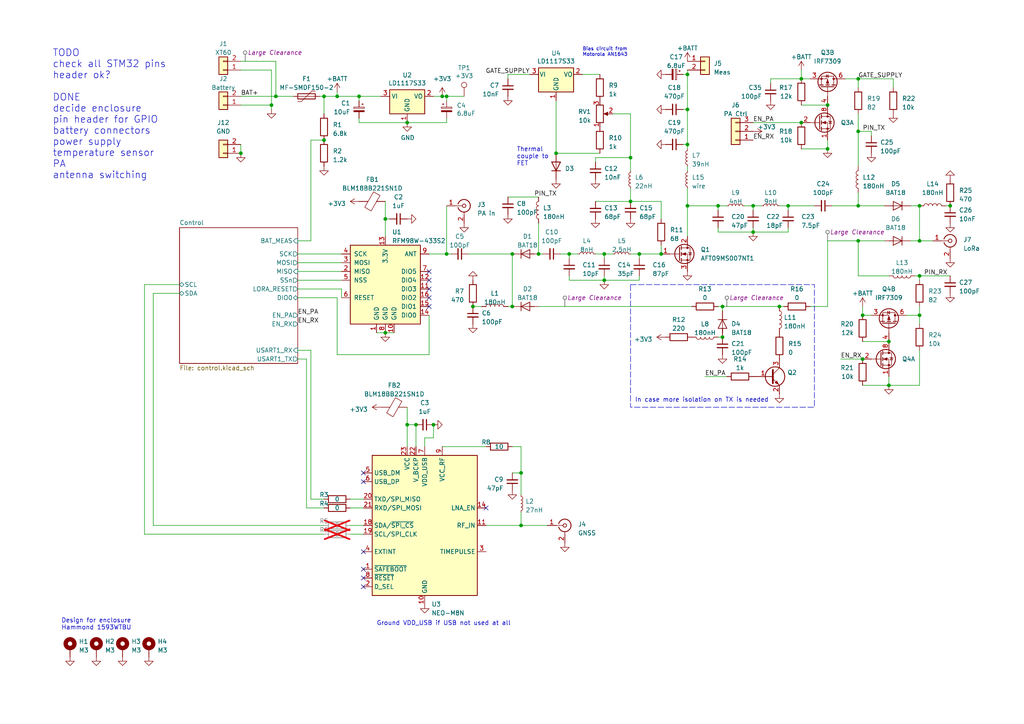
<source format=kicad_sch>
(kicad_sch (version 20230121) (generator eeschema)

  (uuid c7284140-20d8-41a9-bb44-23c19c814c53)

  (paper "A4")

  (title_block
    (title "Hercules")
    (date "2023-07-06")
    (rev "0")
    (company "HB9EGM")
    (comment 1 "LoRa GNSS Tracker with PA")
  )

  

  (junction (at 191.77 73.66) (diameter 0) (color 0 0 0 0)
    (uuid 01dde6b6-d292-40c7-b46a-9b6aeb936265)
  )
  (junction (at 250.19 91.44) (diameter 0) (color 0 0 0 0)
    (uuid 0222b959-9944-46fb-afc6-26878e08a8ea)
  )
  (junction (at 111.76 63.5) (diameter 0) (color 0 0 0 0)
    (uuid 08950f90-cd21-4d53-a5ef-9d5a82d4ab8e)
  )
  (junction (at 129.54 27.94) (diameter 0) (color 0 0 0 0)
    (uuid 089eabdc-fcec-425a-b821-b6cfe3451fa6)
  )
  (junction (at 266.7 59.69) (diameter 0) (color 0 0 0 0)
    (uuid 099a2e91-307a-40a7-b42f-aa13b2117f1c)
  )
  (junction (at 257.81 99.06) (diameter 0) (color 0 0 0 0)
    (uuid 0ab3a082-048e-4949-ac81-2b8386faa1eb)
  )
  (junction (at 232.41 35.56) (diameter 0) (color 0 0 0 0)
    (uuid 0ac8fba3-3ed0-4704-a092-e4484ff61a93)
  )
  (junction (at 148.59 73.66) (diameter 0) (color 0 0 0 0)
    (uuid 0b5d656a-a5d3-46b8-b83b-37aa40cef20d)
  )
  (junction (at 199.39 41.91) (diameter 0) (color 0 0 0 0)
    (uuid 0d2da9f7-50de-4ddd-9218-f5a19846c5c2)
  )
  (junction (at 199.39 59.69) (diameter 0) (color 0 0 0 0)
    (uuid 1368ea47-ffca-41ae-9ce4-3e6a775c52b5)
  )
  (junction (at 266.7 69.85) (diameter 0) (color 0 0 0 0)
    (uuid 15c9bb98-267a-45b2-8376-bd9fef188028)
  )
  (junction (at 209.55 97.79) (diameter 0) (color 0 0 0 0)
    (uuid 17db7e1c-85e9-4e68-af56-4e8a47479057)
  )
  (junction (at 209.55 88.9) (diameter 0) (color 0 0 0 0)
    (uuid 1a1be3b9-3951-4236-a0e2-ed17f193b6a0)
  )
  (junction (at 78.74 30.48) (diameter 0) (color 0 0 0 0)
    (uuid 1b395c55-c901-470a-8ebb-3e1e978dc1d0)
  )
  (junction (at 175.26 73.66) (diameter 0) (color 0 0 0 0)
    (uuid 1b7d05df-e406-41ee-a7c0-e5e472c47104)
  )
  (junction (at 226.06 88.9) (diameter 0) (color 0 0 0 0)
    (uuid 1f7b8f87-ba79-4cff-8d8e-541371e11725)
  )
  (junction (at 257.81 111.76) (diameter 0) (color 0 0 0 0)
    (uuid 23e423fd-9f5a-4dc2-a6ca-3badc4a0209b)
  )
  (junction (at 218.44 67.31) (diameter 0) (color 0 0 0 0)
    (uuid 25d5aada-3214-442f-9949-a6ddbf889635)
  )
  (junction (at 232.41 22.86) (diameter 0) (color 0 0 0 0)
    (uuid 260f7e5c-7c7c-4531-a21c-91c9c60f7b2a)
  )
  (junction (at 185.42 73.66) (diameter 0) (color 0 0 0 0)
    (uuid 2f003f45-6c76-4625-976d-2b8a1fd09567)
  )
  (junction (at 118.11 35.56) (diameter 0) (color 0 0 0 0)
    (uuid 386231b8-7bf1-4807-85fd-13025208a6ec)
  )
  (junction (at 250.19 104.14) (diameter 0) (color 0 0 0 0)
    (uuid 3950e558-60bb-4bd8-8891-4fedf1a6629a)
  )
  (junction (at 111.76 96.52) (diameter 0) (color 0 0 0 0)
    (uuid 3f9fcc5b-547a-4a9a-9e43-a7db8d6725b7)
  )
  (junction (at 151.13 152.4) (diameter 0) (color 0 0 0 0)
    (uuid 453cb762-cbf4-486b-8581-7268eb150f29)
  )
  (junction (at 248.92 69.85) (diameter 0) (color 0 0 0 0)
    (uuid 45ffbfb7-7337-42fe-a262-d942016d7df7)
  )
  (junction (at 161.29 44.45) (diameter 0) (color 0 0 0 0)
    (uuid 4eb05e56-f285-4338-a8b9-2cf706f45ddf)
  )
  (junction (at 93.98 27.94) (diameter 0) (color 0 0 0 0)
    (uuid 4f9b3345-66f0-47d6-88d7-9b9886c95e10)
  )
  (junction (at 240.03 43.18) (diameter 0) (color 0 0 0 0)
    (uuid 5620fc3f-17b5-4ec3-92b1-b159783281da)
  )
  (junction (at 118.11 123.19) (diameter 0) (color 0 0 0 0)
    (uuid 5b52b20c-ccbd-490c-9705-1dbca329b1f4)
  )
  (junction (at 151.13 137.16) (diameter 0) (color 0 0 0 0)
    (uuid 62913189-fe2f-4016-9e76-b6062cdbb493)
  )
  (junction (at 97.79 27.94) (diameter 0) (color 0 0 0 0)
    (uuid 791f6118-9624-456d-9f53-5947b6e19586)
  )
  (junction (at 165.1 73.66) (diameter 0) (color 0 0 0 0)
    (uuid 7c234418-db22-4543-ade4-958e4b9645d4)
  )
  (junction (at 199.39 21.59) (diameter 0) (color 0 0 0 0)
    (uuid 7e155455-b3de-4fb6-9044-8c7913eb9614)
  )
  (junction (at 182.88 45.72) (diameter 0) (color 0 0 0 0)
    (uuid 7e95986d-e889-47d4-8bea-7e66f617bece)
  )
  (junction (at 266.7 80.01) (diameter 0) (color 0 0 0 0)
    (uuid 8159f693-b293-4d54-95f8-d14764f4722a)
  )
  (junction (at 228.6 59.69) (diameter 0) (color 0 0 0 0)
    (uuid 83bba8d7-b6b0-4382-adee-29883e885d1e)
  )
  (junction (at 248.92 59.69) (diameter 0) (color 0 0 0 0)
    (uuid 891310e9-0619-4370-8743-c4d00dde62c6)
  )
  (junction (at 137.16 88.9) (diameter 0) (color 0 0 0 0)
    (uuid 952de2ea-3cb3-49a2-b256-66e98482a907)
  )
  (junction (at 156.21 73.66) (diameter 0) (color 0 0 0 0)
    (uuid 9686d505-e21a-4135-8eae-6c16595c19fc)
  )
  (junction (at 129.54 73.66) (diameter 0) (color 0 0 0 0)
    (uuid 96bf2cf8-2216-4273-904f-8837657f6917)
  )
  (junction (at 266.7 91.44) (diameter 0) (color 0 0 0 0)
    (uuid 9780ed2c-fdf4-4980-b648-3bad83767dd5)
  )
  (junction (at 248.92 22.86) (diameter 0) (color 0 0 0 0)
    (uuid 99123259-1f7f-4010-848e-12254a7e90ff)
  )
  (junction (at 93.98 40.64) (diameter 0) (color 0 0 0 0)
    (uuid 9fc224a3-a17f-40f0-907a-1f8edffd9819)
  )
  (junction (at 125.73 123.19) (diameter 0) (color 0 0 0 0)
    (uuid a6d97fbb-c949-46fb-addd-3c7f0ad97be8)
  )
  (junction (at 275.59 59.69) (diameter 0) (color 0 0 0 0)
    (uuid a812e7c8-9e44-4822-ac23-2bf4f621fa0a)
  )
  (junction (at 199.39 31.75) (diameter 0) (color 0 0 0 0)
    (uuid a909ff62-3061-4ba6-822a-4d4dbb8eb969)
  )
  (junction (at 128.27 27.94) (diameter 0) (color 0 0 0 0)
    (uuid ad4b9721-1e38-4bd1-894d-a10a442ddf45)
  )
  (junction (at 80.01 27.94) (diameter 0) (color 0 0 0 0)
    (uuid bdfffe94-d466-4698-bfdf-65d3e62955de)
  )
  (junction (at 218.44 59.69) (diameter 0) (color 0 0 0 0)
    (uuid c13d240a-f108-444a-9181-7aea9309222c)
  )
  (junction (at 148.59 88.9) (diameter 0) (color 0 0 0 0)
    (uuid cadb24db-abd7-4a94-b5c3-1c6541202f92)
  )
  (junction (at 248.92 38.1) (diameter 0) (color 0 0 0 0)
    (uuid dff4b3ab-f70d-48c4-9509-7141ab480874)
  )
  (junction (at 104.14 27.94) (diameter 0) (color 0 0 0 0)
    (uuid ea8e05b9-4818-4771-a085-ab9c92148e6c)
  )
  (junction (at 208.28 59.69) (diameter 0) (color 0 0 0 0)
    (uuid eb386d62-e9b6-4457-9d61-600af1127c0a)
  )
  (junction (at 182.88 58.42) (diameter 0) (color 0 0 0 0)
    (uuid ec131d50-5396-42f0-9c3a-ae8f292fb069)
  )
  (junction (at 175.26 81.28) (diameter 0) (color 0 0 0 0)
    (uuid edf9ba72-e27e-421e-afd8-9993ea3b9d63)
  )
  (junction (at 240.03 30.48) (diameter 0) (color 0 0 0 0)
    (uuid f1821e80-8fb5-46f8-a312-be5e85057f6b)
  )
  (junction (at 69.85 44.45) (diameter 0) (color 0 0 0 0)
    (uuid f6e7b4ea-4103-4342-9b37-cd0efb84e10c)
  )
  (junction (at 120.65 123.19) (diameter 0) (color 0 0 0 0)
    (uuid fa2db506-a9d6-4bb8-b038-b63acb0e2a1e)
  )

  (no_connect (at 105.41 167.64) (uuid 204d8b2f-70cc-4797-9b88-b6fa55017ef1))
  (no_connect (at 124.46 86.36) (uuid 24c68830-aab4-4cad-8cab-afb08ec2b793))
  (no_connect (at 124.46 83.82) (uuid 27a40588-055d-42e6-b824-2830d723f6d7))
  (no_connect (at 105.41 165.1) (uuid 32a602bd-aea1-41b6-b776-eb992d69d58e))
  (no_connect (at 105.41 137.16) (uuid 3ab6de5e-44d7-458b-8181-a923344389e7))
  (no_connect (at 105.41 160.02) (uuid 70e6841d-aad7-4f07-b9fc-0341fe86cfe2))
  (no_connect (at 124.46 88.9) (uuid 85f692e1-cb45-4d0d-82cc-e82b83e37df6))
  (no_connect (at 124.46 78.74) (uuid 8bb54a38-9705-49e7-b27c-c819e26d9c59))
  (no_connect (at 124.46 81.28) (uuid cb3aa834-5a78-4855-85c1-7c234c341229))
  (no_connect (at 105.41 170.18) (uuid d0780ab6-44b1-4786-a767-7992122529d8))
  (no_connect (at 140.97 147.32) (uuid d51a299d-906e-43bd-a68b-065c998ee61f))
  (no_connect (at 105.41 139.7) (uuid f247a6a7-e075-4291-9737-c344802f144b))

  (wire (pts (xy 137.16 88.9) (xy 139.7 88.9))
    (stroke (width 0) (type default))
    (uuid 00a3a96b-bd8d-437f-abbe-cfe7205fe073)
  )
  (wire (pts (xy 44.45 152.4) (xy 44.45 85.09))
    (stroke (width 0) (type default))
    (uuid 02b216d5-29c4-4d30-a6aa-da7a573dfd71)
  )
  (wire (pts (xy 97.79 86.36) (xy 97.79 102.87))
    (stroke (width 0) (type default))
    (uuid 02d509e3-caa0-4a35-9420-26d381353f8d)
  )
  (wire (pts (xy 259.08 22.86) (xy 248.92 22.86))
    (stroke (width 0) (type default))
    (uuid 050b9099-2197-4a76-82ec-be1e23721b1e)
  )
  (wire (pts (xy 199.39 48.26) (xy 199.39 49.53))
    (stroke (width 0) (type default))
    (uuid 0672fc79-4284-450b-83d2-e9d1cfed2554)
  )
  (wire (pts (xy 177.8 33.02) (xy 182.88 33.02))
    (stroke (width 0) (type default))
    (uuid 06f9b752-04af-4c3b-8e85-54a30dc68e65)
  )
  (wire (pts (xy 173.99 44.45) (xy 161.29 44.45))
    (stroke (width 0) (type default))
    (uuid 07887dfd-f46d-471a-aaf7-2bb6ad355632)
  )
  (wire (pts (xy 248.92 55.88) (xy 248.92 59.69))
    (stroke (width 0) (type default))
    (uuid 07e5e5d6-5b90-4e33-b9ba-a0715aae6461)
  )
  (wire (pts (xy 208.28 59.69) (xy 210.82 59.69))
    (stroke (width 0) (type default))
    (uuid 08613b5c-7c91-4c83-9025-e6a6bf7b0404)
  )
  (wire (pts (xy 228.6 60.96) (xy 228.6 59.69))
    (stroke (width 0) (type default))
    (uuid 0a7b6708-398f-486f-ab94-a5d8ac4cd332)
  )
  (wire (pts (xy 232.41 30.48) (xy 240.03 30.48))
    (stroke (width 0) (type default))
    (uuid 0bad31ca-83a6-471e-bcb8-224795fee914)
  )
  (wire (pts (xy 199.39 59.69) (xy 208.28 59.69))
    (stroke (width 0) (type default))
    (uuid 0c939cc9-4cf9-4b5c-9d5a-591ad0ec3bc4)
  )
  (wire (pts (xy 124.46 73.66) (xy 129.54 73.66))
    (stroke (width 0) (type default))
    (uuid 0ca8925c-940f-40f7-9e14-a404d43e6e01)
  )
  (wire (pts (xy 120.65 123.19) (xy 120.65 129.54))
    (stroke (width 0) (type default))
    (uuid 0fdd6401-9b1c-4122-a50c-479cca92fa2a)
  )
  (wire (pts (xy 128.27 27.94) (xy 129.54 27.94))
    (stroke (width 0) (type default))
    (uuid 11ad10b0-70a5-41b8-bbe3-73e7edee0b2d)
  )
  (wire (pts (xy 129.54 34.29) (xy 129.54 35.56))
    (stroke (width 0) (type default))
    (uuid 11c52020-1bac-49ce-b3e9-e466173ca91e)
  )
  (wire (pts (xy 104.14 27.94) (xy 110.49 27.94))
    (stroke (width 0) (type default))
    (uuid 12947b69-6e48-4a71-8b00-befc028070ee)
  )
  (wire (pts (xy 218.44 59.69) (xy 218.44 60.96))
    (stroke (width 0) (type default))
    (uuid 12faa22d-d311-458b-88d4-e21e4c451313)
  )
  (wire (pts (xy 161.29 44.45) (xy 161.29 29.21))
    (stroke (width 0) (type default))
    (uuid 13e2abc1-05f5-4c8f-b9ae-1375c993b2dc)
  )
  (wire (pts (xy 257.81 80.01) (xy 248.92 80.01))
    (stroke (width 0) (type default))
    (uuid 152aaeeb-c8b3-4c7c-879a-2a7e50e91de0)
  )
  (wire (pts (xy 215.9 59.69) (xy 218.44 59.69))
    (stroke (width 0) (type default))
    (uuid 160d4a7c-ca84-4acb-944b-8ff27d84d5cb)
  )
  (wire (pts (xy 148.59 73.66) (xy 148.59 88.9))
    (stroke (width 0) (type default))
    (uuid 17a08cbc-598c-424c-a09a-0e2175f7cbc3)
  )
  (wire (pts (xy 240.03 40.64) (xy 240.03 43.18))
    (stroke (width 0) (type default))
    (uuid 17a59fd4-e281-461e-b94c-ad6c2f3d7c7d)
  )
  (wire (pts (xy 223.52 24.13) (xy 223.52 22.86))
    (stroke (width 0) (type default))
    (uuid 17bdef2a-ead4-4f9b-bcb6-c2f9aa551cce)
  )
  (wire (pts (xy 191.77 58.42) (xy 182.88 58.42))
    (stroke (width 0) (type default))
    (uuid 1bbfd4f1-d30a-4e5f-ba17-f7ae46d42f69)
  )
  (wire (pts (xy 101.6 144.78) (xy 105.41 144.78))
    (stroke (width 0) (type default))
    (uuid 1c1626d5-5ce8-4ce1-9941-f8c9052cd482)
  )
  (wire (pts (xy 129.54 27.94) (xy 134.62 27.94))
    (stroke (width 0) (type default))
    (uuid 1c75d919-6a31-4e09-bbeb-06e5ef9be11f)
  )
  (wire (pts (xy 209.55 88.9) (xy 209.55 90.17))
    (stroke (width 0) (type default))
    (uuid 1e09c9b3-d27b-426f-bb64-55598b7f9779)
  )
  (wire (pts (xy 191.77 58.42) (xy 191.77 63.5))
    (stroke (width 0) (type default))
    (uuid 1fb29430-2cbc-438f-91fe-1830885c416b)
  )
  (wire (pts (xy 128.27 129.54) (xy 140.97 129.54))
    (stroke (width 0) (type default))
    (uuid 20ed170b-5328-49f0-a882-64eba1b4a47f)
  )
  (wire (pts (xy 124.46 102.87) (xy 124.46 91.44))
    (stroke (width 0) (type default))
    (uuid 21ac5577-0ce3-46a3-9398-1d72cbce9f52)
  )
  (wire (pts (xy 175.26 81.28) (xy 175.26 80.01))
    (stroke (width 0) (type default))
    (uuid 2366af87-4512-4086-8945-7b98d854cda5)
  )
  (wire (pts (xy 185.42 74.93) (xy 185.42 73.66))
    (stroke (width 0) (type default))
    (uuid 23f5b1c2-e484-4a23-ab22-df03fa676e7f)
  )
  (wire (pts (xy 204.47 109.22) (xy 210.82 109.22))
    (stroke (width 0) (type default))
    (uuid 2569ee4d-65be-4bb2-83c7-f4c3f725ffef)
  )
  (wire (pts (xy 101.6 152.4) (xy 105.41 152.4))
    (stroke (width 0) (type default))
    (uuid 259f0224-4e1a-45a9-a9cb-b1e92a4c616c)
  )
  (wire (pts (xy 198.12 21.59) (xy 199.39 21.59))
    (stroke (width 0) (type default))
    (uuid 26480fb4-0bf7-4400-87d7-ae9d4bb9015a)
  )
  (wire (pts (xy 199.39 54.61) (xy 199.39 59.69))
    (stroke (width 0) (type default))
    (uuid 2a551cd2-9826-44fc-a047-2bd8fe6eeae3)
  )
  (wire (pts (xy 175.26 81.28) (xy 185.42 81.28))
    (stroke (width 0) (type default))
    (uuid 2b2cc0f7-00d6-4a74-bb5a-4fb143fe11e1)
  )
  (wire (pts (xy 185.42 73.66) (xy 182.88 73.66))
    (stroke (width 0) (type default))
    (uuid 2f3662b0-34ac-4238-97a4-1e85d12f1595)
  )
  (wire (pts (xy 240.03 43.18) (xy 232.41 43.18))
    (stroke (width 0) (type default))
    (uuid 340133b6-a49c-4231-99e9-19fda756d2ef)
  )
  (wire (pts (xy 101.6 154.94) (xy 105.41 154.94))
    (stroke (width 0) (type default))
    (uuid 354c3be5-4ed1-4fe5-99bc-09401d42c144)
  )
  (wire (pts (xy 248.92 69.85) (xy 256.54 69.85))
    (stroke (width 0) (type default))
    (uuid 36399ab6-302d-4107-b106-bfd9ddafe9fe)
  )
  (wire (pts (xy 226.06 88.9) (xy 227.33 88.9))
    (stroke (width 0) (type default))
    (uuid 365325c9-c495-46ea-a526-b976c7b16e78)
  )
  (wire (pts (xy 218.44 59.69) (xy 220.98 59.69))
    (stroke (width 0) (type default))
    (uuid 3adf64b4-e78a-41c1-8667-30b9756615c0)
  )
  (wire (pts (xy 129.54 59.69) (xy 129.54 73.66))
    (stroke (width 0) (type default))
    (uuid 3b659727-0947-4487-997d-6f949c9817da)
  )
  (wire (pts (xy 250.19 91.44) (xy 250.19 88.9))
    (stroke (width 0) (type default))
    (uuid 3cb110fe-ae61-4a6c-823c-4b57814eb2fe)
  )
  (wire (pts (xy 93.98 154.94) (xy 41.91 154.94))
    (stroke (width 0) (type default))
    (uuid 3d044238-4974-4e08-a67d-9dce669443cd)
  )
  (wire (pts (xy 147.32 57.15) (xy 156.21 57.15))
    (stroke (width 0) (type default))
    (uuid 3e6d7a7a-6af6-410d-9d09-9e5fa79684b5)
  )
  (wire (pts (xy 162.56 73.66) (xy 165.1 73.66))
    (stroke (width 0) (type default))
    (uuid 3eaded46-cc37-494d-ac24-87dd6dfe09bc)
  )
  (wire (pts (xy 86.36 78.74) (xy 99.06 78.74))
    (stroke (width 0) (type default))
    (uuid 3f962f96-0f6f-4698-8027-b13c091c035d)
  )
  (wire (pts (xy 97.79 26.67) (xy 97.79 27.94))
    (stroke (width 0) (type default))
    (uuid 41c931b9-3543-4843-8aab-17549aba9684)
  )
  (wire (pts (xy 86.36 86.36) (xy 97.79 86.36))
    (stroke (width 0) (type default))
    (uuid 43101aa4-4a39-4b0a-8a0b-df2d7939c940)
  )
  (wire (pts (xy 90.17 144.78) (xy 90.17 101.6))
    (stroke (width 0) (type default))
    (uuid 450728fc-9171-4b12-98f2-1c34201af64c)
  )
  (wire (pts (xy 248.92 48.26) (xy 248.92 38.1))
    (stroke (width 0) (type default))
    (uuid 46b26273-3f3d-4adb-99f4-e43cccb943c9)
  )
  (wire (pts (xy 248.92 59.69) (xy 256.54 59.69))
    (stroke (width 0) (type default))
    (uuid 474b8574-a3c0-4fbb-83c1-c620f908109b)
  )
  (wire (pts (xy 266.7 88.9) (xy 266.7 91.44))
    (stroke (width 0) (type default))
    (uuid 4a860b28-7b04-4523-bb2a-c9361a03c216)
  )
  (wire (pts (xy 69.85 41.91) (xy 69.85 44.45))
    (stroke (width 0) (type default))
    (uuid 4b643638-c2e9-4f5f-a702-5162d3d65a3a)
  )
  (wire (pts (xy 218.44 67.31) (xy 228.6 67.31))
    (stroke (width 0) (type default))
    (uuid 4ce6c40c-af77-4ba7-8b76-4a2802d0d382)
  )
  (wire (pts (xy 243.84 104.14) (xy 250.19 104.14))
    (stroke (width 0) (type default))
    (uuid 50bc0ede-3a1e-4423-9c92-4bd5eb6ba844)
  )
  (wire (pts (xy 123.19 129.54) (xy 123.19 127))
    (stroke (width 0) (type default))
    (uuid 510eb1d9-2759-43a3-97a0-61ffa7bfeeac)
  )
  (wire (pts (xy 208.28 67.31) (xy 218.44 67.31))
    (stroke (width 0) (type default))
    (uuid 51c70140-1279-4f44-85cc-3426724640dc)
  )
  (wire (pts (xy 228.6 67.31) (xy 228.6 66.04))
    (stroke (width 0) (type default))
    (uuid 57270196-7d9e-4fe2-bd1e-b8d9a298b846)
  )
  (wire (pts (xy 257.81 111.76) (xy 266.7 111.76))
    (stroke (width 0) (type default))
    (uuid 593889b2-9375-4f1a-8350-bc1145609208)
  )
  (wire (pts (xy 270.51 69.85) (xy 266.7 69.85))
    (stroke (width 0) (type default))
    (uuid 59944d09-83e7-4b7e-a667-ebf4eb2349d8)
  )
  (wire (pts (xy 266.7 111.76) (xy 266.7 101.6))
    (stroke (width 0) (type default))
    (uuid 5a965f98-fefd-48c7-a2df-802c41ad2de8)
  )
  (wire (pts (xy 97.79 27.94) (xy 104.14 27.94))
    (stroke (width 0) (type default))
    (uuid 5b00d0a0-e3fb-4b2d-8ab0-02dbfe2b79f6)
  )
  (wire (pts (xy 175.26 73.66) (xy 175.26 74.93))
    (stroke (width 0) (type default))
    (uuid 6011b6c8-dd41-4184-9be0-1ab7a4068d55)
  )
  (wire (pts (xy 118.11 123.19) (xy 118.11 129.54))
    (stroke (width 0) (type default))
    (uuid 609406c7-fc1f-4ff9-a3dd-60584185ddf8)
  )
  (wire (pts (xy 165.1 81.28) (xy 175.26 81.28))
    (stroke (width 0) (type default))
    (uuid 60f4e5c2-282b-4779-bfb2-6fc09830ef4f)
  )
  (wire (pts (xy 151.13 137.16) (xy 151.13 143.51))
    (stroke (width 0) (type default))
    (uuid 615c5063-7783-4c41-b3d0-e95c2ee79a31)
  )
  (wire (pts (xy 86.36 76.2) (xy 99.06 76.2))
    (stroke (width 0) (type default))
    (uuid 618135bc-52f3-4da6-8d98-88a52e240514)
  )
  (wire (pts (xy 118.11 118.11) (xy 118.11 123.19))
    (stroke (width 0) (type default))
    (uuid 626d3b88-65b4-4351-84b4-0723bd87ad51)
  )
  (wire (pts (xy 165.1 73.66) (xy 167.64 73.66))
    (stroke (width 0) (type default))
    (uuid 63a4a008-eaca-424f-aee3-ef723ab7e1b1)
  )
  (wire (pts (xy 266.7 91.44) (xy 266.7 93.98))
    (stroke (width 0) (type default))
    (uuid 63fbb694-3dc6-49ac-b6ee-739799fa5843)
  )
  (wire (pts (xy 123.19 127) (xy 125.73 127))
    (stroke (width 0) (type default))
    (uuid 64b19fb5-98d0-4e1d-8fd4-39c24cca621d)
  )
  (wire (pts (xy 80.01 27.94) (xy 85.09 27.94))
    (stroke (width 0) (type default))
    (uuid 64fa11e3-9834-4e72-aa2d-c46e58b92289)
  )
  (wire (pts (xy 147.32 21.59) (xy 153.67 21.59))
    (stroke (width 0) (type default))
    (uuid 656611ac-5824-4249-9032-638e264587c0)
  )
  (wire (pts (xy 88.9 104.14) (xy 88.9 147.32))
    (stroke (width 0) (type default))
    (uuid 6a781113-9d2d-4bfb-a51a-e04a8d169b4b)
  )
  (wire (pts (xy 99.06 83.82) (xy 99.06 86.36))
    (stroke (width 0) (type default))
    (uuid 6aaab3ea-cb8f-4b6c-8878-192ab16884ab)
  )
  (wire (pts (xy 80.01 17.78) (xy 80.01 27.94))
    (stroke (width 0) (type default))
    (uuid 6ae739c1-8e22-4ddf-8d63-d6a444bffb84)
  )
  (wire (pts (xy 248.92 38.1) (xy 248.92 33.02))
    (stroke (width 0) (type default))
    (uuid 6b5b50e7-086f-4b43-a643-0b5455e70e9e)
  )
  (wire (pts (xy 266.7 59.69) (xy 264.16 59.69))
    (stroke (width 0) (type default))
    (uuid 6c8e0bd0-4306-43d2-8233-6f7bf63ffe54)
  )
  (wire (pts (xy 129.54 73.66) (xy 130.81 73.66))
    (stroke (width 0) (type default))
    (uuid 6d8794f5-7aec-4946-8fe8-3e5a0751dad4)
  )
  (wire (pts (xy 111.76 63.5) (xy 111.76 58.42))
    (stroke (width 0) (type default))
    (uuid 715cf669-67c9-4340-a72a-6db9489f2c13)
  )
  (wire (pts (xy 228.6 59.69) (xy 236.22 59.69))
    (stroke (width 0) (type default))
    (uuid 74040277-78c2-4b7c-a9ba-5820f4215646)
  )
  (wire (pts (xy 97.79 27.94) (xy 93.98 27.94))
    (stroke (width 0) (type default))
    (uuid 79935a3f-c588-4fed-b218-d55cda35743b)
  )
  (wire (pts (xy 266.7 69.85) (xy 266.7 59.69))
    (stroke (width 0) (type default))
    (uuid 7a8def1b-ba61-4b9d-9fd1-e20e468c6bc4)
  )
  (wire (pts (xy 168.91 21.59) (xy 173.99 21.59))
    (stroke (width 0) (type default))
    (uuid 7a9fc998-2384-4531-a55a-b37d838a7e35)
  )
  (wire (pts (xy 208.28 67.31) (xy 208.28 66.04))
    (stroke (width 0) (type default))
    (uuid 7b61c91a-b1f9-43e8-a3a8-ab4a07ffff41)
  )
  (wire (pts (xy 223.52 22.86) (xy 232.41 22.86))
    (stroke (width 0) (type default))
    (uuid 7c73ee48-9cb5-4c97-8c82-e719cad636f0)
  )
  (wire (pts (xy 78.74 31.75) (xy 78.74 30.48))
    (stroke (width 0) (type default))
    (uuid 7f6f649a-4a03-4a23-ab1b-67399f718f9c)
  )
  (wire (pts (xy 90.17 69.85) (xy 90.17 40.64))
    (stroke (width 0) (type default))
    (uuid 7ff0fa4d-b630-4391-a4f2-27b2b34a92ad)
  )
  (wire (pts (xy 156.21 73.66) (xy 157.48 73.66))
    (stroke (width 0) (type default))
    (uuid 80766587-a358-40b1-9754-9c7fc48094e0)
  )
  (wire (pts (xy 199.39 41.91) (xy 199.39 31.75))
    (stroke (width 0) (type default))
    (uuid 80fc62fa-b1c7-4b3a-8610-6b5c5d283bd2)
  )
  (wire (pts (xy 250.19 99.06) (xy 257.81 99.06))
    (stroke (width 0) (type default))
    (uuid 8286c5e6-464a-419f-8e6e-12560fdc9590)
  )
  (wire (pts (xy 101.6 147.32) (xy 105.41 147.32))
    (stroke (width 0) (type default))
    (uuid 833e9e35-7958-4a8b-82c9-4b34f165c40d)
  )
  (wire (pts (xy 78.74 20.32) (xy 78.74 30.48))
    (stroke (width 0) (type default))
    (uuid 84bfdbf4-fe05-4d2e-902b-5a16108325ff)
  )
  (wire (pts (xy 86.36 104.14) (xy 88.9 104.14))
    (stroke (width 0) (type default))
    (uuid 855844ed-3d91-47c1-9b9a-c0532a457049)
  )
  (wire (pts (xy 266.7 80.01) (xy 275.59 80.01))
    (stroke (width 0) (type default))
    (uuid 85da7609-9c88-4a4a-8c5a-e185055e3ed3)
  )
  (wire (pts (xy 109.22 96.52) (xy 111.76 96.52))
    (stroke (width 0) (type default))
    (uuid 861676f6-5294-44ef-bd4b-5d3efc7a6d78)
  )
  (wire (pts (xy 240.03 69.85) (xy 248.92 69.85))
    (stroke (width 0) (type default))
    (uuid 892e1511-e3cc-4d35-bb32-20bdacad07fb)
  )
  (wire (pts (xy 248.92 22.86) (xy 245.11 22.86))
    (stroke (width 0) (type default))
    (uuid 8949fb37-a17d-4214-81ab-dc2c32bf66af)
  )
  (wire (pts (xy 191.77 73.66) (xy 191.77 71.12))
    (stroke (width 0) (type default))
    (uuid 89549667-4e81-4662-af74-7c79f73f34d4)
  )
  (wire (pts (xy 266.7 91.44) (xy 262.89 91.44))
    (stroke (width 0) (type default))
    (uuid 89fc60b7-af19-4ec3-8507-e25a7cc3cb62)
  )
  (wire (pts (xy 266.7 80.01) (xy 265.43 80.01))
    (stroke (width 0) (type default))
    (uuid 8a342cab-502e-4909-abf5-bff287aca887)
  )
  (wire (pts (xy 182.88 45.72) (xy 182.88 49.53))
    (stroke (width 0) (type default))
    (uuid 8bc5cdcc-f587-4379-978f-98e53416638c)
  )
  (wire (pts (xy 93.98 27.94) (xy 93.98 33.02))
    (stroke (width 0) (type default))
    (uuid 8f1e1eab-32de-4e34-8707-8e54f43d6ff3)
  )
  (wire (pts (xy 104.14 34.29) (xy 104.14 35.56))
    (stroke (width 0) (type default))
    (uuid 90137715-abf5-45c2-9e33-f1303e0f698c)
  )
  (wire (pts (xy 151.13 129.54) (xy 151.13 137.16))
    (stroke (width 0) (type default))
    (uuid 90ff8ed0-f9bd-4c2e-a974-950a48b135ea)
  )
  (wire (pts (xy 156.21 88.9) (xy 200.66 88.9))
    (stroke (width 0) (type default))
    (uuid 91889c1f-7b49-44a2-b7b9-349162313398)
  )
  (wire (pts (xy 151.13 152.4) (xy 158.75 152.4))
    (stroke (width 0) (type default))
    (uuid 91fedeb5-872b-437a-b627-83ac39895d56)
  )
  (wire (pts (xy 69.85 20.32) (xy 78.74 20.32))
    (stroke (width 0) (type default))
    (uuid 93bb4a60-3587-4888-91a3-036ac4a96fc7)
  )
  (wire (pts (xy 69.85 27.94) (xy 80.01 27.94))
    (stroke (width 0) (type default))
    (uuid 94f3eca5-cb19-4ee6-a17e-a1179f72e20f)
  )
  (wire (pts (xy 118.11 123.19) (xy 120.65 123.19))
    (stroke (width 0) (type default))
    (uuid 963347b4-906e-4249-a6b7-afcffca4ec38)
  )
  (wire (pts (xy 208.28 97.79) (xy 209.55 97.79))
    (stroke (width 0) (type default))
    (uuid 9673dfc4-e069-497c-b250-6a65b22edb6f)
  )
  (wire (pts (xy 218.44 35.56) (xy 232.41 35.56))
    (stroke (width 0) (type default))
    (uuid 96a0e7d4-b787-452a-9279-aa47f020fd40)
  )
  (wire (pts (xy 241.3 59.69) (xy 248.92 59.69))
    (stroke (width 0) (type default))
    (uuid 9947b2ed-2448-41ef-baa1-b27d6b9c4bfd)
  )
  (wire (pts (xy 125.73 27.94) (xy 128.27 27.94))
    (stroke (width 0) (type default))
    (uuid a2d9ca97-dd4d-4897-9697-55837130484d)
  )
  (wire (pts (xy 172.72 58.42) (xy 182.88 58.42))
    (stroke (width 0) (type default))
    (uuid a3ca924f-3c55-444c-9184-87ff0151173b)
  )
  (wire (pts (xy 41.91 154.94) (xy 41.91 82.55))
    (stroke (width 0) (type default))
    (uuid a422faee-4f34-4db0-a56f-fe603c404303)
  )
  (wire (pts (xy 232.41 22.86) (xy 232.41 20.32))
    (stroke (width 0) (type default))
    (uuid a5c25f64-130d-4f36-ab17-757cdde9d04c)
  )
  (wire (pts (xy 198.12 41.91) (xy 199.39 41.91))
    (stroke (width 0) (type default))
    (uuid a6a9abe9-e329-4e69-9927-7ed1cb3f57af)
  )
  (wire (pts (xy 129.54 27.94) (xy 129.54 29.21))
    (stroke (width 0) (type default))
    (uuid a9088a3b-02dd-4791-8267-d65005275f19)
  )
  (wire (pts (xy 259.08 25.4) (xy 259.08 22.86))
    (stroke (width 0) (type default))
    (uuid a99edd36-5a71-47c1-97fa-5d1fe1f4fddd)
  )
  (wire (pts (xy 140.97 152.4) (xy 151.13 152.4))
    (stroke (width 0) (type default))
    (uuid adad3612-7ec7-4f3c-ac82-634c1230ab73)
  )
  (wire (pts (xy 165.1 81.28) (xy 165.1 80.01))
    (stroke (width 0) (type default))
    (uuid aeb52d83-3c75-462f-900c-2fec9958e77e)
  )
  (wire (pts (xy 86.36 69.85) (xy 90.17 69.85))
    (stroke (width 0) (type default))
    (uuid b056bd93-8ad4-4cdc-91c6-c009dee87c95)
  )
  (wire (pts (xy 252.73 91.44) (xy 250.19 91.44))
    (stroke (width 0) (type default))
    (uuid b0950230-6dd6-4ba0-9677-5e90e701c1b2)
  )
  (wire (pts (xy 86.36 81.28) (xy 99.06 81.28))
    (stroke (width 0) (type default))
    (uuid b515472a-5559-4002-bc2f-5c685449e96c)
  )
  (wire (pts (xy 234.95 88.9) (xy 240.03 88.9))
    (stroke (width 0) (type default))
    (uuid b6ed0852-69b3-4fbd-b32e-ed7b998ae2be)
  )
  (wire (pts (xy 175.26 73.66) (xy 177.8 73.66))
    (stroke (width 0) (type default))
    (uuid b8fcfeb6-f0db-4abe-b11b-36e75e846563)
  )
  (wire (pts (xy 172.72 45.72) (xy 182.88 45.72))
    (stroke (width 0) (type default))
    (uuid b99fa44c-c802-48f2-a47a-059f73c95dcf)
  )
  (wire (pts (xy 97.79 102.87) (xy 124.46 102.87))
    (stroke (width 0) (type default))
    (uuid b9d4a980-447a-4c2d-8480-59ef8e48d5cf)
  )
  (wire (pts (xy 41.91 82.55) (xy 52.07 82.55))
    (stroke (width 0) (type default))
    (uuid beb49308-f4ff-4daa-a056-55573c4c10c7)
  )
  (wire (pts (xy 240.03 88.9) (xy 240.03 69.85))
    (stroke (width 0) (type default))
    (uuid bee77a5d-8a27-467e-90e1-f8c8a41b1789)
  )
  (wire (pts (xy 104.14 35.56) (xy 118.11 35.56))
    (stroke (width 0) (type default))
    (uuid bf24ab40-9012-44a5-8692-e3f2b9c24d20)
  )
  (wire (pts (xy 228.6 59.69) (xy 226.06 59.69))
    (stroke (width 0) (type default))
    (uuid bf7b1b9e-317d-4abe-af48-23bde7c94582)
  )
  (wire (pts (xy 199.39 43.18) (xy 199.39 41.91))
    (stroke (width 0) (type default))
    (uuid c01eb202-774e-4322-a137-333e105872d2)
  )
  (wire (pts (xy 104.14 27.94) (xy 104.14 29.21))
    (stroke (width 0) (type default))
    (uuid c0ec1b51-dae5-4995-a74f-f2cebf836394)
  )
  (wire (pts (xy 111.76 63.5) (xy 113.03 63.5))
    (stroke (width 0) (type default))
    (uuid c1926815-dd2c-4cc8-822b-8db6565d849b)
  )
  (wire (pts (xy 44.45 85.09) (xy 52.07 85.09))
    (stroke (width 0) (type default))
    (uuid c223a27f-4c28-473f-b9be-caa032b4ae33)
  )
  (wire (pts (xy 218.44 67.31) (xy 218.44 66.04))
    (stroke (width 0) (type default))
    (uuid c4b6888b-a7e7-4626-a0d9-a50b4ff1797b)
  )
  (wire (pts (xy 111.76 96.52) (xy 114.3 96.52))
    (stroke (width 0) (type default))
    (uuid c6129dab-a478-4966-ab18-006855f04b95)
  )
  (wire (pts (xy 69.85 17.78) (xy 80.01 17.78))
    (stroke (width 0) (type default))
    (uuid c6fecc98-f627-45a7-adef-84f19d151727)
  )
  (wire (pts (xy 147.32 88.9) (xy 148.59 88.9))
    (stroke (width 0) (type default))
    (uuid c78685c4-2701-4efb-92c2-a4175b8a43b4)
  )
  (wire (pts (xy 252.73 39.37) (xy 252.73 38.1))
    (stroke (width 0) (type default))
    (uuid c7ac81cb-207b-4470-8042-1c7db629c0b5)
  )
  (wire (pts (xy 208.28 88.9) (xy 209.55 88.9))
    (stroke (width 0) (type default))
    (uuid c80a0d3c-9427-4469-9699-09c30a8c784f)
  )
  (wire (pts (xy 199.39 31.75) (xy 199.39 21.59))
    (stroke (width 0) (type default))
    (uuid c82599af-91b7-4399-9ac5-7d26bf68c2fd)
  )
  (wire (pts (xy 156.21 64.77) (xy 156.21 73.66))
    (stroke (width 0) (type default))
    (uuid c9621e69-7ef0-40ff-a026-dd7dcc63ae19)
  )
  (wire (pts (xy 257.81 109.22) (xy 257.81 111.76))
    (stroke (width 0) (type default))
    (uuid cc9d500b-1f07-4825-9b02-86b625b868e0)
  )
  (wire (pts (xy 148.59 137.16) (xy 151.13 137.16))
    (stroke (width 0) (type default))
    (uuid cd3bfb5c-1899-4199-bf03-99560a8ba653)
  )
  (wire (pts (xy 125.73 127) (xy 125.73 123.19))
    (stroke (width 0) (type default))
    (uuid cdeff7d5-b776-492b-9268-cce7eb475ee3)
  )
  (wire (pts (xy 199.39 31.75) (xy 198.12 31.75))
    (stroke (width 0) (type default))
    (uuid ce0b38c5-4510-42df-9145-aec0285a68e4)
  )
  (wire (pts (xy 78.74 30.48) (xy 69.85 30.48))
    (stroke (width 0) (type default))
    (uuid d0697e7c-7846-4c11-ae8b-4b22fdb5704f)
  )
  (wire (pts (xy 266.7 80.01) (xy 266.7 81.28))
    (stroke (width 0) (type default))
    (uuid d0c24b03-044f-4962-8102-b326e473ad30)
  )
  (wire (pts (xy 118.11 35.56) (xy 129.54 35.56))
    (stroke (width 0) (type default))
    (uuid d1f16a73-eb29-43a1-b226-7b4b37d8d0c5)
  )
  (wire (pts (xy 208.28 59.69) (xy 208.28 60.96))
    (stroke (width 0) (type default))
    (uuid d53ad12f-73b1-4ac3-af1a-cedab897e81f)
  )
  (wire (pts (xy 182.88 33.02) (xy 182.88 45.72))
    (stroke (width 0) (type default))
    (uuid d58b184f-9ae1-4617-9cdf-e69fd3ae19d1)
  )
  (wire (pts (xy 165.1 73.66) (xy 165.1 74.93))
    (stroke (width 0) (type default))
    (uuid d79c70ab-6a96-40e8-b246-b5319a41f80c)
  )
  (wire (pts (xy 248.92 25.4) (xy 248.92 22.86))
    (stroke (width 0) (type default))
    (uuid d7a3951c-da13-4ad0-b365-62345620f1c8)
  )
  (wire (pts (xy 151.13 152.4) (xy 151.13 148.59))
    (stroke (width 0) (type default))
    (uuid d8bfc799-da6b-4bcd-9aab-b8135efeccbd)
  )
  (wire (pts (xy 248.92 38.1) (xy 252.73 38.1))
    (stroke (width 0) (type default))
    (uuid dc1c4fe1-c480-472b-b9cb-0b34bf5bbeea)
  )
  (wire (pts (xy 264.16 69.85) (xy 266.7 69.85))
    (stroke (width 0) (type default))
    (uuid dcc4d9c0-3969-4686-a6dd-e2dd3101371d)
  )
  (wire (pts (xy 185.42 81.28) (xy 185.42 80.01))
    (stroke (width 0) (type default))
    (uuid e05fbc08-4cd7-4cb8-a3eb-c3920546fdb3)
  )
  (wire (pts (xy 93.98 152.4) (xy 44.45 152.4))
    (stroke (width 0) (type default))
    (uuid e1366648-bd22-4a63-abcb-a64a9faeba05)
  )
  (wire (pts (xy 148.59 129.54) (xy 151.13 129.54))
    (stroke (width 0) (type default))
    (uuid e2793eb7-c732-4cd3-9564-cf68ae08aa50)
  )
  (wire (pts (xy 257.81 111.76) (xy 250.19 111.76))
    (stroke (width 0) (type default))
    (uuid e4a3a7a3-30a4-4522-b7ee-94e9eb1a0850)
  )
  (wire (pts (xy 199.39 59.69) (xy 199.39 68.58))
    (stroke (width 0) (type default))
    (uuid e83e2776-02c9-4964-843f-4433a1387642)
  )
  (wire (pts (xy 93.98 27.94) (xy 92.71 27.94))
    (stroke (width 0) (type default))
    (uuid e8803aa2-fab9-4337-bf86-05f5d7c92d57)
  )
  (wire (pts (xy 86.36 73.66) (xy 99.06 73.66))
    (stroke (width 0) (type default))
    (uuid e91c01b2-55c8-4d27-88bf-c7bae4c7b162)
  )
  (wire (pts (xy 88.9 147.32) (xy 93.98 147.32))
    (stroke (width 0) (type default))
    (uuid e96ee23e-6411-47b8-89fa-35b3e0b900f7)
  )
  (wire (pts (xy 90.17 40.64) (xy 93.98 40.64))
    (stroke (width 0) (type default))
    (uuid ea731349-70a4-4adb-bebd-ad52cf3fd619)
  )
  (wire (pts (xy 182.88 54.61) (xy 182.88 58.42))
    (stroke (width 0) (type default))
    (uuid ebb976ef-e772-4dd4-aa72-b73a76aa22b1)
  )
  (wire (pts (xy 199.39 20.32) (xy 199.39 21.59))
    (stroke (width 0) (type default))
    (uuid ee191de8-944a-4fb6-af83-b461cb4a9f6e)
  )
  (wire (pts (xy 274.32 59.69) (xy 275.59 59.69))
    (stroke (width 0) (type default))
    (uuid ee7a7872-b16e-4ea2-a28e-f993cc499567)
  )
  (wire (pts (xy 234.95 22.86) (xy 232.41 22.86))
    (stroke (width 0) (type default))
    (uuid f0433cd4-47f7-41f4-b38c-fc74cebfdd5a)
  )
  (wire (pts (xy 172.72 73.66) (xy 175.26 73.66))
    (stroke (width 0) (type default))
    (uuid f0ed689d-ff92-410c-acf5-2bc17fcfcd46)
  )
  (wire (pts (xy 135.89 73.66) (xy 148.59 73.66))
    (stroke (width 0) (type default))
    (uuid f2b1c357-d795-4e81-9e09-8a6cea0d9d44)
  )
  (wire (pts (xy 172.72 45.72) (xy 172.72 46.99))
    (stroke (width 0) (type default))
    (uuid f48c62c2-07da-44a1-bf23-aa52b20ab514)
  )
  (wire (pts (xy 185.42 73.66) (xy 191.77 73.66))
    (stroke (width 0) (type default))
    (uuid f6804d30-fe1f-4359-8727-d063bf86de43)
  )
  (wire (pts (xy 111.76 63.5) (xy 111.76 68.58))
    (stroke (width 0) (type default))
    (uuid fb4f36ff-ae48-4d12-b668-8887b1f17343)
  )
  (wire (pts (xy 90.17 101.6) (xy 86.36 101.6))
    (stroke (width 0) (type default))
    (uuid fc3463f2-0134-4214-8d05-db24a88504b4)
  )
  (wire (pts (xy 248.92 80.01) (xy 248.92 69.85))
    (stroke (width 0) (type default))
    (uuid fc3a04ea-2a7d-44d1-8557-b9c87f7d0a8d)
  )
  (wire (pts (xy 93.98 144.78) (xy 90.17 144.78))
    (stroke (width 0) (type default))
    (uuid fccb3240-5111-4f8a-8c57-8c57e97e473a)
  )
  (wire (pts (xy 86.36 83.82) (xy 99.06 83.82))
    (stroke (width 0) (type default))
    (uuid fe47d352-2e80-4a15-bd9f-b0959a312d14)
  )
  (wire (pts (xy 147.32 22.86) (xy 147.32 21.59))
    (stroke (width 0) (type default))
    (uuid fe5153ba-7b57-4538-8793-88a7368f5bef)
  )
  (wire (pts (xy 209.55 88.9) (xy 226.06 88.9))
    (stroke (width 0) (type default))
    (uuid fecf678d-e02b-4566-8c5c-af1168b4a442)
  )

  (rectangle (start 182.88 82.55) (end 236.22 118.11)
    (stroke (width 0) (type dash))
    (fill (type none))
    (uuid 2588e975-78d1-4bd3-98fd-feb529aa9047)
  )

  (text "Ground VDD_USB if USB not used at all" (at 109.22 181.61 0)
    (effects (font (size 1.27 1.27)) (justify left bottom))
    (uuid 0ade107f-9634-4a55-af4e-2094fa77d0c8)
  )
  (text "Design for enclosure\nHammond 1593WTBU" (at 17.78 182.88 0)
    (effects (font (size 1.27 1.27)) (justify left bottom))
    (uuid 30b8e379-0646-4351-98e8-9ffb6ae1f5d7)
  )
  (text "In case more isolation on TX is needed" (at 184.15 116.84 0)
    (effects (font (size 1.27 1.27)) (justify left bottom))
    (uuid 454c5f79-f713-4fe6-906e-7ed5364d5ee5)
  )
  (text "Bias circuit from\nMotorola AN1643" (at 168.91 16.51 0)
    (effects (font (size 1 1)) (justify left bottom))
    (uuid 463f14bb-4e2d-4f4d-af8e-7edca4d8a7b2)
  )
  (text "Thermal\ncouple to\nFET" (at 149.86 48.26 0)
    (effects (font (size 1.27 1.27)) (justify left bottom))
    (uuid b98b56b1-1751-49b2-a456-ab5af990b5b8)
  )
  (text "TODO\ncheck all STM32 pins\nheader ok?\n\nDONE\ndecide enclosure\npin header for GPIO\nbattery connectors\npower supply\ntemperature sensor\nPA\nantenna switching"
    (at 15.24 52.07 0)
    (effects (font (size 2 2)) (justify left bottom))
    (uuid d4eff7d5-ba9d-4444-bd75-9a5f09c3f62a)
  )

  (label "EN_RX" (at 86.36 93.98 0) (fields_autoplaced)
    (effects (font (size 1.27 1.27)) (justify left bottom))
    (uuid 0aedb347-e798-4090-aadf-d042bf9c1eb1)
  )
  (label "PIN_RX" (at 267.97 80.01 0) (fields_autoplaced)
    (effects (font (size 1.27 1.27)) (justify left bottom))
    (uuid 0c6d5580-6006-493b-843c-14fdd72b659d)
  )
  (label "EN_PA" (at 86.36 91.44 0) (fields_autoplaced)
    (effects (font (size 1.27 1.27)) (justify left bottom))
    (uuid 101a057e-1b40-4287-aaa2-dc92cd53de08)
  )
  (label "EN_PA" (at 218.44 35.56 0) (fields_autoplaced)
    (effects (font (size 1.27 1.27)) (justify left bottom))
    (uuid 18acca81-2c61-4909-927c-6b11e8b8609e)
  )
  (label "PIN_TX" (at 154.94 57.15 0) (fields_autoplaced)
    (effects (font (size 1.27 1.27)) (justify left bottom))
    (uuid 33a308e6-1750-4efe-bd02-303c9e3ea451)
  )
  (label "GATE_SUPPLY" (at 153.67 21.59 180) (fields_autoplaced)
    (effects (font (size 1.27 1.27)) (justify right bottom))
    (uuid 351af5c1-0599-4d9b-8e80-8bf98880cc9c)
  )
  (label "PIN_TX" (at 250.19 38.1 0) (fields_autoplaced)
    (effects (font (size 1.27 1.27)) (justify left bottom))
    (uuid 4c1ac53c-a436-4d73-9eb6-915d6b27fcf3)
  )
  (label "GATE_SUPPLY" (at 248.92 22.86 0) (fields_autoplaced)
    (effects (font (size 1.27 1.27)) (justify left bottom))
    (uuid 7791a5da-faef-432f-93b9-b85f2b74f5eb)
  )
  (label "EN_PA" (at 204.47 109.22 0) (fields_autoplaced)
    (effects (font (size 1.27 1.27)) (justify left bottom))
    (uuid a77776f6-eeec-483b-882f-3541557a2d98)
  )
  (label "EN_RX" (at 218.44 40.64 0) (fields_autoplaced)
    (effects (font (size 1.27 1.27)) (justify left bottom))
    (uuid c10d6889-71f4-4c83-9cee-efe8f3c8708e)
  )
  (label "BAT+" (at 69.85 27.94 0) (fields_autoplaced)
    (effects (font (size 1.27 1.27)) (justify left bottom))
    (uuid eeb7040a-2b47-40e8-8d10-a2d801dbc647)
  )
  (label "EN_RX" (at 243.84 104.14 0) (fields_autoplaced)
    (effects (font (size 1.27 1.27)) (justify left bottom))
    (uuid f3f003f5-f301-47aa-aad2-5578595f483a)
  )

  (netclass_flag "" (length 2.54) (shape round) (at 210.82 88.9 0) (fields_autoplaced)
    (effects (font (size 1.27 1.27)) (justify left bottom))
    (uuid 454c1daa-280e-46e5-a63a-54ac374c1fa3)
    (property "Netclass" "Large Clearance" (at 211.5185 86.36 0)
      (effects (font (size 1.27 1.27) italic) (justify left))
    )
  )
  (netclass_flag "" (length 2.54) (shape round) (at 240.03 69.85 0) (fields_autoplaced)
    (effects (font (size 1.27 1.27)) (justify left bottom))
    (uuid 4c5c43ea-974f-48da-9789-7a6cbdabee6d)
    (property "Netclass" "Large Clearance" (at 240.7285 67.31 0)
      (effects (font (size 1.27 1.27) italic) (justify left))
    )
  )
  (netclass_flag "" (length 2.54) (shape round) (at 163.83 88.9 0) (fields_autoplaced)
    (effects (font (size 1.27 1.27)) (justify left bottom))
    (uuid 8206a780-bb6e-451e-8a29-b0d0e045222c)
    (property "Netclass" "Large Clearance" (at 164.5285 86.36 0)
      (effects (font (size 1.27 1.27) italic) (justify left))
    )
  )
  (netclass_flag "" (length 2.54) (shape round) (at 71.12 17.78 0) (fields_autoplaced)
    (effects (font (size 1.27 1.27)) (justify left bottom))
    (uuid d1ae269b-4763-4f82-b075-acc7218040f7)
    (property "Netclass" "Large Clearance" (at 71.8185 15.24 0)
      (effects (font (size 1.27 1.27) italic) (justify left))
    )
  )

  (symbol (lib_id "power:GND") (at 134.62 64.77 0) (unit 1)
    (in_bom yes) (on_board yes) (dnp no) (fields_autoplaced)
    (uuid 016048a2-5a5f-4e99-ab19-0bc00cc9f3c2)
    (property "Reference" "#PWR?" (at 134.62 71.12 0)
      (effects (font (size 1.27 1.27)) hide)
    )
    (property "Value" "GND" (at 134.747 69.1642 0)
      (effects (font (size 1.27 1.27)) hide)
    )
    (property "Footprint" "" (at 134.62 64.77 0)
      (effects (font (size 1.27 1.27)) hide)
    )
    (property "Datasheet" "" (at 134.62 64.77 0)
      (effects (font (size 1.27 1.27)) hide)
    )
    (pin "1" (uuid e9dca694-be16-4362-a614-9dcf1ce6035e))
    (instances
      (project "kicad-dart-70"
        (path "/7c83c304-769a-4be4-890e-297aba22b5b9/2868e76c-709b-493b-aaa8-b58a2fce5e93"
          (reference "#PWR?") (unit 1)
        )
      )
      (project "tracker-kicad"
        (path "/c7284140-20d8-41a9-bb44-23c19c814c53/717d30dc-b4e1-489a-b7b3-52f4b7c65672"
          (reference "#PWR?") (unit 1)
        )
        (path "/c7284140-20d8-41a9-bb44-23c19c814c53"
          (reference "#PWR016") (unit 1)
        )
      )
    )
  )

  (symbol (lib_id "Device:R") (at 250.19 95.25 0) (unit 1)
    (in_bom yes) (on_board yes) (dnp no) (fields_autoplaced)
    (uuid 027be28d-463c-47dc-8c32-bfed680029d4)
    (property "Reference" "R?" (at 247.65 93.9799 0)
      (effects (font (size 1.27 1.27)) (justify right))
    )
    (property "Value" "12k" (at 247.65 96.5199 0)
      (effects (font (size 1.27 1.27)) (justify right))
    )
    (property "Footprint" "Resistor_SMD:R_0603_1608Metric_Pad0.98x0.95mm_HandSolder" (at 248.412 95.25 90)
      (effects (font (size 1.27 1.27)) hide)
    )
    (property "Datasheet" "~" (at 250.19 95.25 0)
      (effects (font (size 1.27 1.27)) hide)
    )
    (property "Need_order" "0" (at 250.19 95.25 0)
      (effects (font (size 1.27 1.27)) hide)
    )
    (pin "1" (uuid aa826d4d-4a16-4b8a-a7bf-413d65adbd85))
    (pin "2" (uuid c561431c-b2d2-4589-a460-64378ac93e1b))
    (instances
      (project "kicad-dart-70"
        (path "/7c83c304-769a-4be4-890e-297aba22b5b9"
          (reference "R?") (unit 1)
        )
      )
      (project "tracker-kicad"
        (path "/c7284140-20d8-41a9-bb44-23c19c814c53"
          (reference "R20") (unit 1)
        )
      )
    )
  )

  (symbol (lib_id "power:GND") (at 275.59 64.77 0) (unit 1)
    (in_bom yes) (on_board yes) (dnp no) (fields_autoplaced)
    (uuid 03adde2e-ead7-4f55-8ce3-415566b30073)
    (property "Reference" "#PWR?" (at 275.59 71.12 0)
      (effects (font (size 1.27 1.27)) hide)
    )
    (property "Value" "GND" (at 275.717 69.1642 0)
      (effects (font (size 1.27 1.27)) hide)
    )
    (property "Footprint" "" (at 275.59 64.77 0)
      (effects (font (size 1.27 1.27)) hide)
    )
    (property "Datasheet" "" (at 275.59 64.77 0)
      (effects (font (size 1.27 1.27)) hide)
    )
    (pin "1" (uuid bd1a0475-2a31-4574-ba69-58a3133add45))
    (instances
      (project "kicad-dart-70"
        (path "/7c83c304-769a-4be4-890e-297aba22b5b9/2868e76c-709b-493b-aaa8-b58a2fce5e93"
          (reference "#PWR?") (unit 1)
        )
      )
      (project "tracker-kicad"
        (path "/c7284140-20d8-41a9-bb44-23c19c814c53/717d30dc-b4e1-489a-b7b3-52f4b7c65672"
          (reference "#PWR?") (unit 1)
        )
        (path "/c7284140-20d8-41a9-bb44-23c19c814c53"
          (reference "#PWR045") (unit 1)
        )
      )
    )
  )

  (symbol (lib_id "power:GND") (at 218.44 67.31 0) (unit 1)
    (in_bom yes) (on_board yes) (dnp no) (fields_autoplaced)
    (uuid 03b541cb-3780-423a-9543-24a96156e060)
    (property "Reference" "#PWR?" (at 218.44 73.66 0)
      (effects (font (size 1.27 1.27)) hide)
    )
    (property "Value" "GND" (at 218.567 71.7042 0)
      (effects (font (size 1.27 1.27)) hide)
    )
    (property "Footprint" "" (at 218.44 67.31 0)
      (effects (font (size 1.27 1.27)) hide)
    )
    (property "Datasheet" "" (at 218.44 67.31 0)
      (effects (font (size 1.27 1.27)) hide)
    )
    (pin "1" (uuid b272499b-cd31-4690-b35e-1b133c97ad27))
    (instances
      (project "kicad-dart-70"
        (path "/7c83c304-769a-4be4-890e-297aba22b5b9/2868e76c-709b-493b-aaa8-b58a2fce5e93"
          (reference "#PWR?") (unit 1)
        )
      )
      (project "tracker-kicad"
        (path "/c7284140-20d8-41a9-bb44-23c19c814c53/717d30dc-b4e1-489a-b7b3-52f4b7c65672"
          (reference "#PWR?") (unit 1)
        )
        (path "/c7284140-20d8-41a9-bb44-23c19c814c53"
          (reference "#PWR036") (unit 1)
        )
      )
    )
  )

  (symbol (lib_id "Device:L_Small") (at 199.39 52.07 180) (unit 1)
    (in_bom yes) (on_board yes) (dnp no) (fields_autoplaced)
    (uuid 04725310-369e-494d-8370-59b2c1e135fd)
    (property "Reference" "L15" (at 200.66 51.435 0)
      (effects (font (size 1.27 1.27)) (justify right))
    )
    (property "Value" "wire" (at 200.66 53.975 0)
      (effects (font (size 1.27 1.27)) (justify right))
    )
    (property "Footprint" "mpb:two_2mm_pads" (at 199.39 52.07 0)
      (effects (font (size 1.27 1.27)) hide)
    )
    (property "Datasheet" "~" (at 199.39 52.07 0)
      (effects (font (size 1.27 1.27)) hide)
    )
    (property "MPN" "" (at 199.39 52.07 0)
      (effects (font (size 1.27 1.27)) hide)
    )
    (pin "1" (uuid 1740e596-0782-402d-8fd5-89ec79abf924))
    (pin "2" (uuid fc9e30e3-1218-4ab6-92e1-95bde3ffee33))
    (instances
      (project "tracker-kicad"
        (path "/c7284140-20d8-41a9-bb44-23c19c814c53"
          (reference "L15") (unit 1)
        )
      )
    )
  )

  (symbol (lib_id "Device:C_Small") (at 228.6 63.5 0) (unit 1)
    (in_bom yes) (on_board yes) (dnp no) (fields_autoplaced)
    (uuid 05b32133-eed3-462a-a86d-3829c5e7b7b7)
    (property "Reference" "C?" (at 232.41 62.865 0)
      (effects (font (size 1.27 1.27)) (justify left))
    )
    (property "Value" "7.5pF" (at 232.41 65.405 0)
      (effects (font (size 1.27 1.27)) (justify left))
    )
    (property "Footprint" "Capacitor_SMD:C_0805_2012Metric_Pad1.18x1.45mm_HandSolder" (at 229.5652 67.31 0)
      (effects (font (size 1.27 1.27)) hide)
    )
    (property "Datasheet" "~" (at 228.6 63.5 0)
      (effects (font (size 1.27 1.27)) hide)
    )
    (property "MPN" "" (at 228.6 63.5 0)
      (effects (font (size 1.27 1.27)) hide)
    )
    (property "Need_order" "" (at 228.6 63.5 0)
      (effects (font (size 1.27 1.27)) hide)
    )
    (pin "1" (uuid 0b9197ef-c66a-4da3-9c8b-99623fe17e59))
    (pin "2" (uuid f07ed507-0b49-4404-ba29-eeb522a821a7))
    (instances
      (project "kicad-dart-70"
        (path "/7c83c304-769a-4be4-890e-297aba22b5b9/2868e76c-709b-493b-aaa8-b58a2fce5e93"
          (reference "C?") (unit 1)
        )
      )
      (project "tracker-kicad"
        (path "/c7284140-20d8-41a9-bb44-23c19c814c53/717d30dc-b4e1-489a-b7b3-52f4b7c65672"
          (reference "C?") (unit 1)
        )
        (path "/c7284140-20d8-41a9-bb44-23c19c814c53"
          (reference "C23") (unit 1)
        )
      )
    )
  )

  (symbol (lib_id "Mechanical:MountingHole_Pad") (at 20.32 187.96 0) (unit 1)
    (in_bom yes) (on_board yes) (dnp no) (fields_autoplaced)
    (uuid 0806ebd8-ea48-4b66-bfd1-a3d372d14fc1)
    (property "Reference" "H1" (at 22.86 186.055 0)
      (effects (font (size 1.27 1.27)) (justify left))
    )
    (property "Value" "M3" (at 22.86 188.595 0)
      (effects (font (size 1.27 1.27)) (justify left))
    )
    (property "Footprint" "MountingHole:MountingHole_3.2mm_M3_Pad" (at 20.32 187.96 0)
      (effects (font (size 1.27 1.27)) hide)
    )
    (property "Datasheet" "~" (at 20.32 187.96 0)
      (effects (font (size 1.27 1.27)) hide)
    )
    (pin "1" (uuid 0d49fc0f-42c4-4170-ba1a-be4435e67641))
    (instances
      (project "tracker-kicad"
        (path "/c7284140-20d8-41a9-bb44-23c19c814c53"
          (reference "H1") (unit 1)
        )
      )
    )
  )

  (symbol (lib_id "Device:C_Small") (at 195.58 41.91 270) (unit 1)
    (in_bom yes) (on_board yes) (dnp no) (fields_autoplaced)
    (uuid 08217406-5247-4165-835b-ade61a9c9271)
    (property "Reference" "C?" (at 195.58 35.56 90)
      (effects (font (size 1.27 1.27)))
    )
    (property "Value" "470pF" (at 195.58 38.1 90)
      (effects (font (size 1.27 1.27)))
    )
    (property "Footprint" "Capacitor_SMD:C_0805_2012Metric_Pad1.18x1.45mm_HandSolder" (at 191.77 42.8752 0)
      (effects (font (size 1.27 1.27)) hide)
    )
    (property "Datasheet" "~" (at 195.58 41.91 0)
      (effects (font (size 1.27 1.27)) hide)
    )
    (property "MPN" "08051A471GAT2A" (at 195.58 41.91 0)
      (effects (font (size 1.27 1.27)) hide)
    )
    (property "Need_order" "0" (at 195.58 41.91 0)
      (effects (font (size 1.27 1.27)) hide)
    )
    (pin "1" (uuid 121a2c56-d055-4f38-bcee-5ed98f82133e))
    (pin "2" (uuid 38f23754-fdcf-4bff-9c57-86e8bd35cc9d))
    (instances
      (project "kicad-dart-70"
        (path "/7c83c304-769a-4be4-890e-297aba22b5b9/2868e76c-709b-493b-aaa8-b58a2fce5e93"
          (reference "C?") (unit 1)
        )
      )
      (project "tracker-kicad"
        (path "/c7284140-20d8-41a9-bb44-23c19c814c53/717d30dc-b4e1-489a-b7b3-52f4b7c65672"
          (reference "C?") (unit 1)
        )
        (path "/c7284140-20d8-41a9-bb44-23c19c814c53"
          (reference "C19") (unit 1)
        )
      )
    )
  )

  (symbol (lib_id "Device:R") (at 173.99 40.64 180) (unit 1)
    (in_bom yes) (on_board yes) (dnp no) (fields_autoplaced)
    (uuid 094e055d-3b05-4822-82b5-18549f8ab7d7)
    (property "Reference" "R?" (at 176.53 40.005 0)
      (effects (font (size 1.27 1.27)) (justify right))
    )
    (property "Value" "1k" (at 176.53 42.545 0)
      (effects (font (size 1.27 1.27)) (justify right))
    )
    (property "Footprint" "Resistor_SMD:R_0603_1608Metric_Pad0.98x0.95mm_HandSolder" (at 175.768 40.64 90)
      (effects (font (size 1.27 1.27)) hide)
    )
    (property "Datasheet" "~" (at 173.99 40.64 0)
      (effects (font (size 1.27 1.27)) hide)
    )
    (property "Need_order" "0" (at 173.99 40.64 0)
      (effects (font (size 1.27 1.27)) hide)
    )
    (pin "1" (uuid 2f65c8bf-097a-4df2-ad39-8cf6ee600de7))
    (pin "2" (uuid 18a18905-20c1-4f55-b780-b8cae8f2dc4a))
    (instances
      (project "kicad-dart-70"
        (path "/7c83c304-769a-4be4-890e-297aba22b5b9/2eb25ee2-d512-42fe-80f1-00400ed0a45e"
          (reference "R?") (unit 1)
        )
      )
      (project "tracker-kicad"
        (path "/c7284140-20d8-41a9-bb44-23c19c814c53"
          (reference "R10") (unit 1)
        )
      )
    )
  )

  (symbol (lib_id "Device:FerriteBead") (at 107.95 58.42 270) (unit 1)
    (in_bom yes) (on_board yes) (dnp no) (fields_autoplaced)
    (uuid 09799e9f-1d07-43ae-82a2-5f399275ea3a)
    (property "Reference" "FB?" (at 108.0008 52.07 90)
      (effects (font (size 1.27 1.27)))
    )
    (property "Value" "BLM18BB221SN1D" (at 108.0008 54.61 90)
      (effects (font (size 1.27 1.27)))
    )
    (property "Footprint" "Inductor_SMD:L_0603_1608Metric_Pad1.05x0.95mm_HandSolder" (at 107.95 56.642 90)
      (effects (font (size 1.27 1.27)) hide)
    )
    (property "Datasheet" "~" (at 107.95 58.42 0)
      (effects (font (size 1.27 1.27)) hide)
    )
    (property "MPN" "BLM18BB221SN1D" (at 107.95 58.42 90)
      (effects (font (size 1.27 1.27)) hide)
    )
    (property "Need_order" "0" (at 107.95 58.42 90)
      (effects (font (size 1.27 1.27)) hide)
    )
    (pin "1" (uuid 8e7e0a4b-83a4-42df-8a57-e8153d06d001))
    (pin "2" (uuid cbb0ad54-38b8-4165-a7b6-26ca3659ed5c))
    (instances
      (project "kicad-dart-70"
        (path "/7c83c304-769a-4be4-890e-297aba22b5b9/2868e76c-709b-493b-aaa8-b58a2fce5e93"
          (reference "FB?") (unit 1)
        )
      )
      (project "tracker-kicad"
        (path "/c7284140-20d8-41a9-bb44-23c19c814c53/717d30dc-b4e1-489a-b7b3-52f4b7c65672"
          (reference "FB?") (unit 1)
        )
        (path "/c7284140-20d8-41a9-bb44-23c19c814c53"
          (reference "FB1") (unit 1)
        )
      )
    )
  )

  (symbol (lib_id "power:GND") (at 78.74 31.75 0) (unit 1)
    (in_bom yes) (on_board yes) (dnp no) (fields_autoplaced)
    (uuid 09dbc9e2-0b83-4059-be8b-f4f1e2bfaa6c)
    (property "Reference" "#PWR?" (at 78.74 38.1 0)
      (effects (font (size 1.27 1.27)) hide)
    )
    (property "Value" "GND" (at 78.867 36.1442 0)
      (effects (font (size 1.27 1.27)) hide)
    )
    (property "Footprint" "" (at 78.74 31.75 0)
      (effects (font (size 1.27 1.27)) hide)
    )
    (property "Datasheet" "" (at 78.74 31.75 0)
      (effects (font (size 1.27 1.27)) hide)
    )
    (pin "1" (uuid ae541b0e-2a59-423e-866c-0e2428e8298d))
    (instances
      (project "kicad-dart-70"
        (path "/7c83c304-769a-4be4-890e-297aba22b5b9/2868e76c-709b-493b-aaa8-b58a2fce5e93"
          (reference "#PWR?") (unit 1)
        )
      )
      (project "tracker-kicad"
        (path "/c7284140-20d8-41a9-bb44-23c19c814c53/717d30dc-b4e1-489a-b7b3-52f4b7c65672"
          (reference "#PWR?") (unit 1)
        )
        (path "/c7284140-20d8-41a9-bb44-23c19c814c53"
          (reference "#PWR05") (unit 1)
        )
      )
    )
  )

  (symbol (lib_id "power:GND") (at 252.73 44.45 0) (unit 1)
    (in_bom yes) (on_board yes) (dnp no) (fields_autoplaced)
    (uuid 09fd6e69-cf86-4372-975c-8f590be23c8b)
    (property "Reference" "#PWR?" (at 252.73 50.8 0)
      (effects (font (size 1.27 1.27)) hide)
    )
    (property "Value" "GND" (at 252.857 48.8442 0)
      (effects (font (size 1.27 1.27)) hide)
    )
    (property "Footprint" "" (at 252.73 44.45 0)
      (effects (font (size 1.27 1.27)) hide)
    )
    (property "Datasheet" "" (at 252.73 44.45 0)
      (effects (font (size 1.27 1.27)) hide)
    )
    (pin "1" (uuid 4d2a3c11-0063-4943-99ae-65cddfc47fb6))
    (instances
      (project "kicad-dart-70"
        (path "/7c83c304-769a-4be4-890e-297aba22b5b9/2868e76c-709b-493b-aaa8-b58a2fce5e93"
          (reference "#PWR?") (unit 1)
        )
      )
      (project "tracker-kicad"
        (path "/c7284140-20d8-41a9-bb44-23c19c814c53/717d30dc-b4e1-489a-b7b3-52f4b7c65672"
          (reference "#PWR?") (unit 1)
        )
        (path "/c7284140-20d8-41a9-bb44-23c19c814c53"
          (reference "#PWR041") (unit 1)
        )
      )
    )
  )

  (symbol (lib_id "Device:C_Small") (at 208.28 63.5 0) (unit 1)
    (in_bom yes) (on_board yes) (dnp no) (fields_autoplaced)
    (uuid 0a915f00-5cb8-45f3-ad8c-c2ddbfb32eca)
    (property "Reference" "C?" (at 212.09 62.865 0)
      (effects (font (size 1.27 1.27)) (justify left))
    )
    (property "Value" "47pF" (at 212.09 65.405 0)
      (effects (font (size 1.27 1.27)) (justify left))
    )
    (property "Footprint" "Capacitor_SMD:C_0805_2012Metric_Pad1.18x1.45mm_HandSolder" (at 209.2452 67.31 0)
      (effects (font (size 1.27 1.27)) hide)
    )
    (property "Datasheet" "~" (at 208.28 63.5 0)
      (effects (font (size 1.27 1.27)) hide)
    )
    (property "MPN" "" (at 208.28 63.5 0)
      (effects (font (size 1.27 1.27)) hide)
    )
    (property "Need_order" "" (at 208.28 63.5 0)
      (effects (font (size 1.27 1.27)) hide)
    )
    (pin "1" (uuid 63939dfa-924f-4c08-9089-0801090f3444))
    (pin "2" (uuid e063d327-dd01-4648-b63c-f84bcca2d64e))
    (instances
      (project "kicad-dart-70"
        (path "/7c83c304-769a-4be4-890e-297aba22b5b9/2868e76c-709b-493b-aaa8-b58a2fce5e93"
          (reference "C?") (unit 1)
        )
      )
      (project "tracker-kicad"
        (path "/c7284140-20d8-41a9-bb44-23c19c814c53/717d30dc-b4e1-489a-b7b3-52f4b7c65672"
          (reference "C?") (unit 1)
        )
        (path "/c7284140-20d8-41a9-bb44-23c19c814c53"
          (reference "C20") (unit 1)
        )
      )
    )
  )

  (symbol (lib_id "power:GND") (at 43.18 190.5 0) (unit 1)
    (in_bom yes) (on_board yes) (dnp no) (fields_autoplaced)
    (uuid 0ade8999-48d5-4569-a97d-3b4679094968)
    (property "Reference" "#PWR?" (at 43.18 196.85 0)
      (effects (font (size 1.27 1.27)) hide)
    )
    (property "Value" "GND" (at 43.307 194.8942 0)
      (effects (font (size 1.27 1.27)) hide)
    )
    (property "Footprint" "" (at 43.18 190.5 0)
      (effects (font (size 1.27 1.27)) hide)
    )
    (property "Datasheet" "" (at 43.18 190.5 0)
      (effects (font (size 1.27 1.27)) hide)
    )
    (pin "1" (uuid d59bf292-de90-4189-adbd-6e2affb3ecc7))
    (instances
      (project "kicad-dart-70"
        (path "/7c83c304-769a-4be4-890e-297aba22b5b9/2868e76c-709b-493b-aaa8-b58a2fce5e93"
          (reference "#PWR?") (unit 1)
        )
      )
      (project "tracker-kicad"
        (path "/c7284140-20d8-41a9-bb44-23c19c814c53/717d30dc-b4e1-489a-b7b3-52f4b7c65672"
          (reference "#PWR?") (unit 1)
        )
        (path "/c7284140-20d8-41a9-bb44-23c19c814c53"
          (reference "#PWR04") (unit 1)
        )
      )
    )
  )

  (symbol (lib_id "power:GND") (at 175.26 81.28 0) (unit 1)
    (in_bom yes) (on_board yes) (dnp no) (fields_autoplaced)
    (uuid 0cc8ed81-ed78-48d9-b763-1b794710443f)
    (property "Reference" "#PWR?" (at 175.26 87.63 0)
      (effects (font (size 1.27 1.27)) hide)
    )
    (property "Value" "GND" (at 175.387 85.6742 0)
      (effects (font (size 1.27 1.27)) hide)
    )
    (property "Footprint" "" (at 175.26 81.28 0)
      (effects (font (size 1.27 1.27)) hide)
    )
    (property "Datasheet" "" (at 175.26 81.28 0)
      (effects (font (size 1.27 1.27)) hide)
    )
    (pin "1" (uuid 476c5c95-3118-409a-b635-9493634d960e))
    (instances
      (project "kicad-dart-70"
        (path "/7c83c304-769a-4be4-890e-297aba22b5b9/2868e76c-709b-493b-aaa8-b58a2fce5e93"
          (reference "#PWR?") (unit 1)
        )
      )
      (project "tracker-kicad"
        (path "/c7284140-20d8-41a9-bb44-23c19c814c53/717d30dc-b4e1-489a-b7b3-52f4b7c65672"
          (reference "#PWR?") (unit 1)
        )
        (path "/c7284140-20d8-41a9-bb44-23c19c814c53"
          (reference "#PWR026") (unit 1)
        )
      )
    )
  )

  (symbol (lib_id "power:GND") (at 275.59 52.07 180) (unit 1)
    (in_bom yes) (on_board yes) (dnp no) (fields_autoplaced)
    (uuid 0d373ed9-0ee0-412c-a95a-d21973b96db0)
    (property "Reference" "#PWR?" (at 275.59 45.72 0)
      (effects (font (size 1.27 1.27)) hide)
    )
    (property "Value" "GND" (at 275.463 47.6758 0)
      (effects (font (size 1.27 1.27)) hide)
    )
    (property "Footprint" "" (at 275.59 52.07 0)
      (effects (font (size 1.27 1.27)) hide)
    )
    (property "Datasheet" "" (at 275.59 52.07 0)
      (effects (font (size 1.27 1.27)) hide)
    )
    (pin "1" (uuid 58fe4cbc-0c34-478c-a376-b3f07e5c2e9d))
    (instances
      (project "kicad-dart-70"
        (path "/7c83c304-769a-4be4-890e-297aba22b5b9/2868e76c-709b-493b-aaa8-b58a2fce5e93"
          (reference "#PWR?") (unit 1)
        )
      )
      (project "tracker-kicad"
        (path "/c7284140-20d8-41a9-bb44-23c19c814c53/717d30dc-b4e1-489a-b7b3-52f4b7c65672"
          (reference "#PWR?") (unit 1)
        )
        (path "/c7284140-20d8-41a9-bb44-23c19c814c53"
          (reference "#PWR044") (unit 1)
        )
      )
    )
  )

  (symbol (lib_id "Device:C_Small") (at 137.16 91.44 0) (unit 1)
    (in_bom yes) (on_board yes) (dnp no) (fields_autoplaced)
    (uuid 0e4bd918-b9df-4b69-812b-d5ac35d8c69a)
    (property "Reference" "C?" (at 139.7 90.8113 0)
      (effects (font (size 1.27 1.27)) (justify left))
    )
    (property "Value" "100pF" (at 139.7 93.3513 0)
      (effects (font (size 1.27 1.27)) (justify left))
    )
    (property "Footprint" "Capacitor_SMD:C_0805_2012Metric_Pad1.18x1.45mm_HandSolder" (at 138.1252 95.25 0)
      (effects (font (size 1.27 1.27)) hide)
    )
    (property "Datasheet" "~" (at 137.16 91.44 0)
      (effects (font (size 1.27 1.27)) hide)
    )
    (property "MPN" "" (at 137.16 91.44 0)
      (effects (font (size 1.27 1.27)) hide)
    )
    (property "Need_order" "" (at 137.16 91.44 0)
      (effects (font (size 1.27 1.27)) hide)
    )
    (pin "1" (uuid 0f05556a-bca5-4746-80d7-396a85a9bed5))
    (pin "2" (uuid 7192a7a2-d767-424c-a34b-afa2a8f4835f))
    (instances
      (project "kicad-dart-70"
        (path "/7c83c304-769a-4be4-890e-297aba22b5b9/2868e76c-709b-493b-aaa8-b58a2fce5e93"
          (reference "C?") (unit 1)
        )
      )
      (project "tracker-kicad"
        (path "/c7284140-20d8-41a9-bb44-23c19c814c53/717d30dc-b4e1-489a-b7b3-52f4b7c65672"
          (reference "C?") (unit 1)
        )
        (path "/c7284140-20d8-41a9-bb44-23c19c814c53"
          (reference "C6") (unit 1)
        )
      )
    )
  )

  (symbol (lib_id "power:GND") (at 118.11 35.56 0) (unit 1)
    (in_bom yes) (on_board yes) (dnp no)
    (uuid 1224553c-1392-4b49-ad6e-a87f278d7e8e)
    (property "Reference" "#PWR?" (at 118.11 41.91 0)
      (effects (font (size 1.27 1.27)) hide)
    )
    (property "Value" "GND" (at 118.237 39.9542 0)
      (effects (font (size 1.27 1.27)))
    )
    (property "Footprint" "" (at 118.11 35.56 0)
      (effects (font (size 1.27 1.27)) hide)
    )
    (property "Datasheet" "" (at 118.11 35.56 0)
      (effects (font (size 1.27 1.27)) hide)
    )
    (pin "1" (uuid 346e3f7b-1e5b-4dcb-bda4-58b4fb11e4fd))
    (instances
      (project "kicad-dart-70"
        (path "/7c83c304-769a-4be4-890e-297aba22b5b9"
          (reference "#PWR?") (unit 1)
        )
      )
      (project "tracker-kicad"
        (path "/c7284140-20d8-41a9-bb44-23c19c814c53"
          (reference "#PWR011") (unit 1)
        )
      )
    )
  )

  (symbol (lib_id "power:+BATT") (at 250.19 88.9 0) (unit 1)
    (in_bom yes) (on_board yes) (dnp no) (fields_autoplaced)
    (uuid 1288a402-8661-44da-ab09-2b410ac1e09a)
    (property "Reference" "#PWR040" (at 250.19 92.71 0)
      (effects (font (size 1.27 1.27)) hide)
    )
    (property "Value" "+BATT" (at 250.19 85.09 0)
      (effects (font (size 1.27 1.27)))
    )
    (property "Footprint" "" (at 250.19 88.9 0)
      (effects (font (size 1.27 1.27)) hide)
    )
    (property "Datasheet" "" (at 250.19 88.9 0)
      (effects (font (size 1.27 1.27)) hide)
    )
    (pin "1" (uuid 3578fce1-9df9-49a1-a870-7335b0ed298f))
    (instances
      (project "tracker-kicad"
        (path "/c7284140-20d8-41a9-bb44-23c19c814c53"
          (reference "#PWR040") (unit 1)
        )
      )
    )
  )

  (symbol (lib_id "Regulator_Linear:LD1117S33TR_SOT223") (at 161.29 21.59 0) (unit 1)
    (in_bom yes) (on_board yes) (dnp no)
    (uuid 12ecb52b-a1ae-4653-90e2-fac680c6c886)
    (property "Reference" "U?" (at 161.29 15.4432 0)
      (effects (font (size 1.27 1.27)))
    )
    (property "Value" "LD1117S33" (at 161.29 17.7546 0)
      (effects (font (size 1.27 1.27)))
    )
    (property "Footprint" "Package_TO_SOT_SMD:SOT-223-3_TabPin2" (at 161.29 16.51 0)
      (effects (font (size 1.27 1.27)) hide)
    )
    (property "Datasheet" "/home/bram/Sync/Doc/Datasheet/ld1117.pdf" (at 163.83 27.94 0)
      (effects (font (size 1.27 1.27)) hide)
    )
    (property "Need_order" "0" (at 161.29 21.59 0)
      (effects (font (size 1.27 1.27)) hide)
    )
    (property "MPN" "LD1117S33CTR" (at 161.29 21.59 0)
      (effects (font (size 1.27 1.27)) hide)
    )
    (pin "1" (uuid 55d0b045-fc10-4fbd-8d09-d22b19f8828e))
    (pin "2" (uuid 760cabe7-6973-4bf3-acb4-dab9399e2d1b))
    (pin "3" (uuid c827036d-325f-400f-824f-17122f75f13e))
    (instances
      (project "kicad-dart-70"
        (path "/7c83c304-769a-4be4-890e-297aba22b5b9"
          (reference "U?") (unit 1)
        )
      )
      (project "tracker-kicad"
        (path "/c7284140-20d8-41a9-bb44-23c19c814c53"
          (reference "U4") (unit 1)
        )
      )
    )
  )

  (symbol (lib_id "power:GND") (at 257.81 111.76 0) (unit 1)
    (in_bom yes) (on_board yes) (dnp no) (fields_autoplaced)
    (uuid 13247018-bfe8-45a6-9355-20c1296c9751)
    (property "Reference" "#PWR?" (at 257.81 118.11 0)
      (effects (font (size 1.27 1.27)) hide)
    )
    (property "Value" "GND" (at 257.937 114.9858 90)
      (effects (font (size 1.27 1.27)) (justify right) hide)
    )
    (property "Footprint" "" (at 257.81 111.76 0)
      (effects (font (size 1.27 1.27)) hide)
    )
    (property "Datasheet" "" (at 257.81 111.76 0)
      (effects (font (size 1.27 1.27)) hide)
    )
    (pin "1" (uuid 7da684a7-f3dd-46b1-8e26-fef0987091d1))
    (instances
      (project "kicad-dart-70"
        (path "/7c83c304-769a-4be4-890e-297aba22b5b9"
          (reference "#PWR?") (unit 1)
        )
      )
      (project "tracker-kicad"
        (path "/c7284140-20d8-41a9-bb44-23c19c814c53"
          (reference "#PWR042") (unit 1)
        )
      )
    )
  )

  (symbol (lib_id "Device:C_Polarized_Small") (at 129.54 31.75 0) (unit 1)
    (in_bom yes) (on_board yes) (dnp no)
    (uuid 14aa2ccb-c102-40c9-98d7-0bf15286aa4a)
    (property "Reference" "C?" (at 132.461 30.5816 0)
      (effects (font (size 1.27 1.27)) (justify left))
    )
    (property "Value" "6.8uF" (at 132.461 32.893 0)
      (effects (font (size 1.27 1.27)) (justify left))
    )
    (property "Footprint" "Capacitor_SMD:C_1210_3225Metric_Pad1.33x2.70mm_HandSolder" (at 129.54 31.75 0)
      (effects (font (size 1.27 1.27)) hide)
    )
    (property "Datasheet" "~" (at 129.54 31.75 0)
      (effects (font (size 1.27 1.27)) hide)
    )
    (property "MPN" "stash tantalum" (at 129.54 31.75 0)
      (effects (font (size 1.27 1.27)) hide)
    )
    (property "Need_order" "0" (at 129.54 31.75 0)
      (effects (font (size 1.27 1.27)) hide)
    )
    (property "OriginalValue" "" (at 129.54 31.75 0)
      (effects (font (size 1.27 1.27)) hide)
    )
    (pin "1" (uuid 98914611-06b3-4d31-bd9f-b6906fe4537f))
    (pin "2" (uuid 46168484-ec79-452d-9e3b-c5454cc07bf5))
    (instances
      (project "kicad-dart-70"
        (path "/7c83c304-769a-4be4-890e-297aba22b5b9"
          (reference "C?") (unit 1)
        )
      )
      (project "tracker-kicad"
        (path "/c7284140-20d8-41a9-bb44-23c19c814c53"
          (reference "C4") (unit 1)
        )
      )
    )
  )

  (symbol (lib_id "Device:Polyfuse") (at 88.9 27.94 90) (unit 1)
    (in_bom yes) (on_board yes) (dnp no) (fields_autoplaced)
    (uuid 18db664f-bace-4c12-8a2f-4dfa5c5f16a9)
    (property "Reference" "F1" (at 88.9 22.86 90)
      (effects (font (size 1.27 1.27)))
    )
    (property "Value" "MF-SMDF150-2" (at 88.9 25.4 90)
      (effects (font (size 1.27 1.27)))
    )
    (property "Footprint" "mpb:Fuse_MF_SMDF150" (at 93.98 26.67 0)
      (effects (font (size 1.27 1.27)) (justify left) hide)
    )
    (property "Datasheet" "~" (at 88.9 27.94 0)
      (effects (font (size 1.27 1.27)) hide)
    )
    (property "Need_order" "1" (at 88.9 27.94 90)
      (effects (font (size 1.27 1.27)) hide)
    )
    (property "MPN" "MF-SMDF150-2" (at 88.9 27.94 90)
      (effects (font (size 1.27 1.27)) hide)
    )
    (pin "1" (uuid ff0cb391-813e-4b14-af24-514322688e64))
    (pin "2" (uuid 9634dcf6-f941-40a8-baea-8c9b9d1ef759))
    (instances
      (project "tracker-kicad"
        (path "/c7284140-20d8-41a9-bb44-23c19c814c53"
          (reference "F1") (unit 1)
        )
      )
    )
  )

  (symbol (lib_id "power:GND") (at 172.72 63.5 0) (unit 1)
    (in_bom yes) (on_board yes) (dnp no) (fields_autoplaced)
    (uuid 18e19cb1-8852-4265-8c7d-a60e19ae9d50)
    (property "Reference" "#PWR?" (at 172.72 69.85 0)
      (effects (font (size 1.27 1.27)) hide)
    )
    (property "Value" "GND" (at 172.847 67.8942 0)
      (effects (font (size 1.27 1.27)) hide)
    )
    (property "Footprint" "" (at 172.72 63.5 0)
      (effects (font (size 1.27 1.27)) hide)
    )
    (property "Datasheet" "" (at 172.72 63.5 0)
      (effects (font (size 1.27 1.27)) hide)
    )
    (pin "1" (uuid 06dbfeac-b263-4bcf-8017-a81bc67d20e3))
    (instances
      (project "kicad-dart-70"
        (path "/7c83c304-769a-4be4-890e-297aba22b5b9/2868e76c-709b-493b-aaa8-b58a2fce5e93"
          (reference "#PWR?") (unit 1)
        )
      )
      (project "tracker-kicad"
        (path "/c7284140-20d8-41a9-bb44-23c19c814c53/717d30dc-b4e1-489a-b7b3-52f4b7c65672"
          (reference "#PWR?") (unit 1)
        )
        (path "/c7284140-20d8-41a9-bb44-23c19c814c53"
          (reference "#PWR025") (unit 1)
        )
      )
    )
  )

  (symbol (lib_id "power:GND") (at 27.94 190.5 0) (unit 1)
    (in_bom yes) (on_board yes) (dnp no) (fields_autoplaced)
    (uuid 18f3fe10-7665-4adf-ba13-1399c60b3d08)
    (property "Reference" "#PWR?" (at 27.94 196.85 0)
      (effects (font (size 1.27 1.27)) hide)
    )
    (property "Value" "GND" (at 28.067 194.8942 0)
      (effects (font (size 1.27 1.27)) hide)
    )
    (property "Footprint" "" (at 27.94 190.5 0)
      (effects (font (size 1.27 1.27)) hide)
    )
    (property "Datasheet" "" (at 27.94 190.5 0)
      (effects (font (size 1.27 1.27)) hide)
    )
    (pin "1" (uuid 060f0138-3f9f-4646-bb2f-ea3ffcd1df5f))
    (instances
      (project "kicad-dart-70"
        (path "/7c83c304-769a-4be4-890e-297aba22b5b9/2868e76c-709b-493b-aaa8-b58a2fce5e93"
          (reference "#PWR?") (unit 1)
        )
      )
      (project "tracker-kicad"
        (path "/c7284140-20d8-41a9-bb44-23c19c814c53/717d30dc-b4e1-489a-b7b3-52f4b7c65672"
          (reference "#PWR?") (unit 1)
        )
        (path "/c7284140-20d8-41a9-bb44-23c19c814c53"
          (reference "#PWR02") (unit 1)
        )
      )
    )
  )

  (symbol (lib_id "Device:C_Small") (at 275.59 62.23 0) (mirror y) (unit 1)
    (in_bom yes) (on_board yes) (dnp no) (fields_autoplaced)
    (uuid 1a6bb0c1-8bde-42d6-b711-6a0bba9ec54e)
    (property "Reference" "C?" (at 278.13 60.9662 0)
      (effects (font (size 1.27 1.27)) (justify right))
    )
    (property "Value" "10nF" (at 278.13 63.5062 0)
      (effects (font (size 1.27 1.27)) (justify right))
    )
    (property "Footprint" "Capacitor_SMD:C_0805_2012Metric_Pad1.18x1.45mm_HandSolder" (at 275.59 62.23 0)
      (effects (font (size 1.27 1.27)) hide)
    )
    (property "Datasheet" "~" (at 275.59 62.23 0)
      (effects (font (size 1.27 1.27)) hide)
    )
    (property "MPN" "VJ0805A103KXJTBC" (at 275.59 62.23 0)
      (effects (font (size 1.27 1.27)) hide)
    )
    (property "Need_order" "0" (at 275.59 62.23 0)
      (effects (font (size 1.27 1.27)) hide)
    )
    (pin "1" (uuid a1630b33-92c5-4a3a-a0d4-5d4b35d8eb11))
    (pin "2" (uuid 74aa2349-b41d-41eb-a25f-c71516ece83d))
    (instances
      (project "kicad-dart-70"
        (path "/7c83c304-769a-4be4-890e-297aba22b5b9/2eb25ee2-d512-42fe-80f1-00400ed0a45e"
          (reference "C?") (unit 1)
        )
      )
      (project "tracker-kicad"
        (path "/c7284140-20d8-41a9-bb44-23c19c814c53"
          (reference "C26") (unit 1)
        )
      )
    )
  )

  (symbol (lib_id "Device:R") (at 97.79 147.32 270) (unit 1)
    (in_bom yes) (on_board yes) (dnp no)
    (uuid 1c82fbec-30ee-4ee4-8982-817d4666df90)
    (property "Reference" "R?" (at 93.98 146.05 90)
      (effects (font (size 1.27 1.27)))
    )
    (property "Value" "0" (at 97.79 147.32 90)
      (effects (font (size 1.27 1.27)))
    )
    (property "Footprint" "Resistor_SMD:R_0603_1608Metric_Pad0.98x0.95mm_HandSolder" (at 97.79 145.542 90)
      (effects (font (size 1.27 1.27)) hide)
    )
    (property "Datasheet" "~" (at 97.79 147.32 0)
      (effects (font (size 1.27 1.27)) hide)
    )
    (property "Need_order" "0" (at 97.79 147.32 0)
      (effects (font (size 1.27 1.27)) hide)
    )
    (pin "1" (uuid b1d740ab-1950-474d-b393-60970c8540cc))
    (pin "2" (uuid b4f34e8f-4a44-4f21-a558-a5e0c2ac557c))
    (instances
      (project "kicad-dart-70"
        (path "/7c83c304-769a-4be4-890e-297aba22b5b9/2868e76c-709b-493b-aaa8-b58a2fce5e93"
          (reference "R?") (unit 1)
        )
      )
      (project "tracker-kicad"
        (path "/c7284140-20d8-41a9-bb44-23c19c814c53/717d30dc-b4e1-489a-b7b3-52f4b7c65672"
          (reference "R?") (unit 1)
        )
        (path "/c7284140-20d8-41a9-bb44-23c19c814c53"
          (reference "R4") (unit 1)
        )
      )
    )
  )

  (symbol (lib_id "Device:C_Small") (at 172.72 49.53 0) (mirror y) (unit 1)
    (in_bom yes) (on_board yes) (dnp no) (fields_autoplaced)
    (uuid 1f61e8b0-44d8-40a8-a1d2-68e97ad3d6d9)
    (property "Reference" "C?" (at 175.26 48.9013 0)
      (effects (font (size 1.27 1.27)) (justify right))
    )
    (property "Value" "10nF" (at 175.26 51.4413 0)
      (effects (font (size 1.27 1.27)) (justify right))
    )
    (property "Footprint" "Capacitor_SMD:C_0805_2012Metric_Pad1.18x1.45mm_HandSolder" (at 172.72 49.53 0)
      (effects (font (size 1.27 1.27)) hide)
    )
    (property "Datasheet" "~" (at 172.72 49.53 0)
      (effects (font (size 1.27 1.27)) hide)
    )
    (property "MPN" "VJ0805A103KXJTBC" (at 172.72 49.53 0)
      (effects (font (size 1.27 1.27)) hide)
    )
    (property "Need_order" "0" (at 172.72 49.53 0)
      (effects (font (size 1.27 1.27)) hide)
    )
    (pin "1" (uuid 884ab720-999e-46f2-b33f-1baa03368ded))
    (pin "2" (uuid 071cce61-0afc-4aad-b786-5d9709009579))
    (instances
      (project "kicad-dart-70"
        (path "/7c83c304-769a-4be4-890e-297aba22b5b9/2eb25ee2-d512-42fe-80f1-00400ed0a45e"
          (reference "C?") (unit 1)
        )
      )
      (project "tracker-kicad"
        (path "/c7284140-20d8-41a9-bb44-23c19c814c53"
          (reference "C12") (unit 1)
        )
      )
    )
  )

  (symbol (lib_id "Device:R") (at 173.99 25.4 180) (unit 1)
    (in_bom yes) (on_board yes) (dnp no) (fields_autoplaced)
    (uuid 203590ff-9444-4d4e-98cd-e4d30d7d0111)
    (property "Reference" "R?" (at 176.53 24.765 0)
      (effects (font (size 1.27 1.27)) (justify right))
    )
    (property "Value" "1k" (at 176.53 27.305 0)
      (effects (font (size 1.27 1.27)) (justify right))
    )
    (property "Footprint" "Resistor_SMD:R_0603_1608Metric_Pad0.98x0.95mm_HandSolder" (at 175.768 25.4 90)
      (effects (font (size 1.27 1.27)) hide)
    )
    (property "Datasheet" "~" (at 173.99 25.4 0)
      (effects (font (size 1.27 1.27)) hide)
    )
    (property "Need_order" "0" (at 173.99 25.4 0)
      (effects (font (size 1.27 1.27)) hide)
    )
    (pin "1" (uuid c6d03f93-9f2c-426b-8417-177631842652))
    (pin "2" (uuid b40395be-0828-4182-b525-89e9f43e705a))
    (instances
      (project "kicad-dart-70"
        (path "/7c83c304-769a-4be4-890e-297aba22b5b9/2eb25ee2-d512-42fe-80f1-00400ed0a45e"
          (reference "R?") (unit 1)
        )
      )
      (project "tracker-kicad"
        (path "/c7284140-20d8-41a9-bb44-23c19c814c53"
          (reference "R9") (unit 1)
        )
      )
    )
  )

  (symbol (lib_id "Device:L_Small") (at 199.39 45.72 180) (unit 1)
    (in_bom yes) (on_board yes) (dnp no) (fields_autoplaced)
    (uuid 2545dcbc-ed1d-4cce-9986-96880185e4fd)
    (property "Reference" "L7" (at 200.66 45.085 0)
      (effects (font (size 1.27 1.27)) (justify right))
    )
    (property "Value" "39nH" (at 200.66 47.625 0)
      (effects (font (size 1.27 1.27)) (justify right))
    )
    (property "Footprint" "mpb:L_Coilcraft_1812SMS" (at 199.39 45.72 0)
      (effects (font (size 1.27 1.27)) hide)
    )
    (property "Datasheet" "~" (at 199.39 45.72 0)
      (effects (font (size 1.27 1.27)) hide)
    )
    (property "MPN" "1812SMS-39NJLC" (at 199.39 45.72 0)
      (effects (font (size 1.27 1.27)) hide)
    )
    (pin "1" (uuid d05c9278-c6de-47da-ad7c-c9a1b0d0eb29))
    (pin "2" (uuid 43b961dd-ddea-47d2-8f55-1b72d1eb5378))
    (instances
      (project "tracker-kicad"
        (path "/c7284140-20d8-41a9-bb44-23c19c814c53"
          (reference "L7") (unit 1)
        )
      )
    )
  )

  (symbol (lib_id "Transistor_BJT:MMBT3904") (at 223.52 109.22 0) (unit 1)
    (in_bom yes) (on_board yes) (dnp no)
    (uuid 25b17edb-6868-4fcb-9281-a97041e72180)
    (property "Reference" "Q?" (at 228.3714 108.0516 0)
      (effects (font (size 1.27 1.27)) (justify left))
    )
    (property "Value" "MMBT3904" (at 228.3714 110.363 0)
      (effects (font (size 1.27 1.27)) (justify left) hide)
    )
    (property "Footprint" "Package_TO_SOT_SMD:SOT-23" (at 228.6 111.125 0)
      (effects (font (size 1.27 1.27) italic) (justify left) hide)
    )
    (property "Datasheet" "/home/bram/Sync/Doc/Datasheet/MMBT3904LT1-D.pdf" (at 223.52 109.22 0)
      (effects (font (size 1.27 1.27)) (justify left) hide)
    )
    (property "MPN" "MMBT3904,215" (at 223.52 109.22 0)
      (effects (font (size 1.27 1.27)) hide)
    )
    (property "Need_order" "0" (at 223.52 109.22 0)
      (effects (font (size 1.27 1.27)) hide)
    )
    (pin "1" (uuid 5b0d4e57-9c7e-4641-8f5f-45f88e4382b0))
    (pin "2" (uuid 483de10d-8c72-4cfa-a3aa-06e8972cac47))
    (pin "3" (uuid aa8d7083-b1e7-4f59-8fb4-b5f3524ef671))
    (instances
      (project "kicad-dart-70"
        (path "/7c83c304-769a-4be4-890e-297aba22b5b9"
          (reference "Q?") (unit 1)
        )
      )
      (project "tracker-kicad"
        (path "/c7284140-20d8-41a9-bb44-23c19c814c53"
          (reference "Q2") (unit 1)
        )
      )
    )
  )

  (symbol (lib_id "Device:L_Small") (at 223.52 59.69 90) (unit 1)
    (in_bom yes) (on_board yes) (dnp no) (fields_autoplaced)
    (uuid 277e69ff-29a8-4054-85a2-b1d80564d9e5)
    (property "Reference" "L10" (at 223.52 55.88 90)
      (effects (font (size 1.27 1.27)))
    )
    (property "Value" "9nH" (at 223.52 58.42 90)
      (effects (font (size 1.27 1.27)))
    )
    (property "Footprint" "Inductor_SMD:L_1206_3216Metric" (at 223.52 59.69 0)
      (effects (font (size 1.27 1.27)) hide)
    )
    (property "Datasheet" "~" (at 223.52 59.69 0)
      (effects (font (size 1.27 1.27)) hide)
    )
    (property "MPN" "" (at 223.52 59.69 0)
      (effects (font (size 1.27 1.27)) hide)
    )
    (pin "1" (uuid ccb2e046-8214-4f3c-9f21-fb34083083b3))
    (pin "2" (uuid 6ab80357-82f1-463f-bda2-18c485a9419f))
    (instances
      (project "tracker-kicad"
        (path "/c7284140-20d8-41a9-bb44-23c19c814c53"
          (reference "L10") (unit 1)
        )
      )
    )
  )

  (symbol (lib_id "Device:R") (at 93.98 44.45 180) (unit 1)
    (in_bom yes) (on_board yes) (dnp no) (fields_autoplaced)
    (uuid 2b0d46c1-336d-43c1-a325-57e6fd8d8728)
    (property "Reference" "R?" (at 96.52 43.815 0)
      (effects (font (size 1.27 1.27)) (justify right))
    )
    (property "Value" "1.2k" (at 96.52 46.355 0)
      (effects (font (size 1.27 1.27)) (justify right))
    )
    (property "Footprint" "Resistor_SMD:R_0603_1608Metric_Pad0.98x0.95mm_HandSolder" (at 95.758 44.45 90)
      (effects (font (size 1.27 1.27)) hide)
    )
    (property "Datasheet" "~" (at 93.98 44.45 0)
      (effects (font (size 1.27 1.27)) hide)
    )
    (property "Need_order" "0" (at 93.98 44.45 0)
      (effects (font (size 1.27 1.27)) hide)
    )
    (pin "1" (uuid be633935-ef30-456c-94c0-28288a1d1e71))
    (pin "2" (uuid 100960f4-5399-4bb9-a8ed-dfd2b369bc54))
    (instances
      (project "kicad-dart-70"
        (path "/7c83c304-769a-4be4-890e-297aba22b5b9/2eb25ee2-d512-42fe-80f1-00400ed0a45e"
          (reference "R?") (unit 1)
        )
      )
      (project "tracker-kicad"
        (path "/c7284140-20d8-41a9-bb44-23c19c814c53"
          (reference "R2") (unit 1)
        )
      )
    )
  )

  (symbol (lib_id "Transistor_FET:IRF7309IPBF") (at 237.49 35.56 0) (unit 1)
    (in_bom yes) (on_board yes) (dnp no) (fields_autoplaced)
    (uuid 2cd7c147-51c3-49c7-aa32-6618f7d9ca5f)
    (property "Reference" "Q?" (at 243.84 35.5599 0)
      (effects (font (size 1.27 1.27)) (justify left))
    )
    (property "Value" "IRF7309" (at 243.84 36.8299 0)
      (effects (font (size 1.27 1.27)) (justify left) hide)
    )
    (property "Footprint" "Package_SO:SOIC-8_3.9x4.9mm_P1.27mm" (at 242.57 37.465 0)
      (effects (font (size 1.27 1.27)) (justify left) hide)
    )
    (property "Datasheet" "/home/bram/Sync/Doc/Datasheet/IRF7309.pdf" (at 240.03 35.56 0)
      (effects (font (size 1.27 1.27)) (justify left) hide)
    )
    (property "MPN" "IRF7309TRPBF" (at 237.49 35.56 0)
      (effects (font (size 1.27 1.27)) hide)
    )
    (property "Need_order" "0" (at 237.49 35.56 0)
      (effects (font (size 1.27 1.27)) hide)
    )
    (pin "1" (uuid 4a59c002-c727-4543-aef8-c79c3509b554))
    (pin "2" (uuid 00504287-f321-467e-870c-4379374a98b5))
    (pin "7" (uuid 408054f9-da2e-416a-b801-400a9a1fd054))
    (pin "8" (uuid 8305d46f-e214-44cc-a1b1-9f2f762c07ef))
    (pin "3" (uuid ba8cc049-c105-4de1-878b-b1dbe6de7d57))
    (pin "4" (uuid 4e37fb9e-80ab-4142-a214-915c8a797024))
    (pin "5" (uuid d21acb24-22d5-4f00-99de-a550b2e303b5))
    (pin "6" (uuid 97974bf9-8a18-4bae-af65-2a4432a530f7))
    (instances
      (project "kicad-dart-70"
        (path "/7c83c304-769a-4be4-890e-297aba22b5b9"
          (reference "Q?") (unit 1)
        )
      )
      (project "tracker-kicad"
        (path "/c7284140-20d8-41a9-bb44-23c19c814c53"
          (reference "Q3") (unit 1)
        )
      )
    )
  )

  (symbol (lib_id "Device:L_Small") (at 151.13 146.05 0) (unit 1)
    (in_bom yes) (on_board yes) (dnp no) (fields_autoplaced)
    (uuid 307f2e30-7d2d-4e51-a425-8dbdb61df9d8)
    (property "Reference" "L2" (at 152.4 145.415 0)
      (effects (font (size 1.27 1.27)) (justify left))
    )
    (property "Value" "27nH" (at 152.4 147.955 0)
      (effects (font (size 1.27 1.27)) (justify left))
    )
    (property "Footprint" "Inductor_SMD:L_0805_2012Metric_Pad1.05x1.20mm_HandSolder" (at 151.13 146.05 0)
      (effects (font (size 1.27 1.27)) hide)
    )
    (property "Datasheet" "~" (at 151.13 146.05 0)
      (effects (font (size 1.27 1.27)) hide)
    )
    (property "MPN" "LQW2BAS27NG00L" (at 151.13 146.05 0)
      (effects (font (size 1.27 1.27)) hide)
    )
    (pin "1" (uuid 0eff0124-b43a-456f-b9db-20ce3176b60e))
    (pin "2" (uuid d5fd584c-2eb7-4464-9bc8-a600483f54ae))
    (instances
      (project "tracker-kicad"
        (path "/c7284140-20d8-41a9-bb44-23c19c814c53"
          (reference "L2") (unit 1)
        )
      )
    )
  )

  (symbol (lib_name "BAT18_3") (lib_id "mpb:BAT18") (at 152.4 88.9 0) (unit 1)
    (in_bom yes) (on_board yes) (dnp no) (fields_autoplaced)
    (uuid 3e173e89-516a-4e57-83eb-b9061b7a89de)
    (property "Reference" "D?" (at 152.9842 83.82 0)
      (effects (font (size 1.27 1.27)))
    )
    (property "Value" "BAT18" (at 152.9842 86.36 0)
      (effects (font (size 1.27 1.27)))
    )
    (property "Footprint" "Package_TO_SOT_SMD:SOT-23_Handsoldering" (at 152.4 87.63 0)
      (effects (font (size 1.27 1.27)) hide)
    )
    (property "Datasheet" "/home/bram/Sync/Doc/Datasheet/BAT18-1125947.pdf" (at 152.4 88.9 0)
      (effects (font (size 1.27 1.27)) hide)
    )
    (property "Need_order" "0" (at 152.4 88.9 0)
      (effects (font (size 1.27 1.27)) hide)
    )
    (property "MPN" "BAT18" (at 152.4 88.9 0)
      (effects (font (size 1.27 1.27)) hide)
    )
    (pin "1" (uuid e0ef3a09-1e33-46ac-9425-68fd04226b4f))
    (pin "2" (uuid 6c16d515-b42b-458b-b457-61710cc7e46c))
    (pin "3" (uuid 8eba8385-9a73-40f5-8968-1e22b3abbdfc))
    (instances
      (project "kicad-dart-70"
        (path "/7c83c304-769a-4be4-890e-297aba22b5b9/2eb25ee2-d512-42fe-80f1-00400ed0a45e"
          (reference "D?") (unit 1)
        )
      )
      (project "tracker-kicad"
        (path "/c7284140-20d8-41a9-bb44-23c19c814c53"
          (reference "D2") (unit 1)
        )
      )
    )
  )

  (symbol (lib_id "Device:C_Small") (at 175.26 77.47 0) (unit 1)
    (in_bom yes) (on_board yes) (dnp no) (fields_autoplaced)
    (uuid 3ef4a8ae-7c60-4398-ae4b-fa52c00a1673)
    (property "Reference" "C?" (at 179.07 76.835 0)
      (effects (font (size 1.27 1.27)) (justify left))
    )
    (property "Value" "35pF" (at 179.07 79.375 0)
      (effects (font (size 1.27 1.27)) (justify left))
    )
    (property "Footprint" "Capacitor_SMD:C_0805_2012Metric_Pad1.18x1.45mm_HandSolder" (at 176.2252 81.28 0)
      (effects (font (size 1.27 1.27)) hide)
    )
    (property "Datasheet" "~" (at 175.26 77.47 0)
      (effects (font (size 1.27 1.27)) hide)
    )
    (property "MPN" "" (at 175.26 77.47 0)
      (effects (font (size 1.27 1.27)) hide)
    )
    (property "Need_order" "" (at 175.26 77.47 0)
      (effects (font (size 1.27 1.27)) hide)
    )
    (pin "1" (uuid 6c21e502-4ccd-4c6e-9870-9853745d44e0))
    (pin "2" (uuid 067b133f-eff7-4fb8-b644-e269cdff7c1a))
    (instances
      (project "kicad-dart-70"
        (path "/7c83c304-769a-4be4-890e-297aba22b5b9/2868e76c-709b-493b-aaa8-b58a2fce5e93"
          (reference "C?") (unit 1)
        )
      )
      (project "tracker-kicad"
        (path "/c7284140-20d8-41a9-bb44-23c19c814c53/717d30dc-b4e1-489a-b7b3-52f4b7c65672"
          (reference "C?") (unit 1)
        )
        (path "/c7284140-20d8-41a9-bb44-23c19c814c53"
          (reference "C14") (unit 1)
        )
      )
    )
  )

  (symbol (lib_id "power:GND") (at 226.06 114.3 0) (unit 1)
    (in_bom yes) (on_board yes) (dnp no) (fields_autoplaced)
    (uuid 3f1c334d-d051-48f2-bdf5-f036460abf36)
    (property "Reference" "#PWR?" (at 226.06 120.65 0)
      (effects (font (size 1.27 1.27)) hide)
    )
    (property "Value" "GND" (at 226.187 117.5258 90)
      (effects (font (size 1.27 1.27)) (justify right) hide)
    )
    (property "Footprint" "" (at 226.06 114.3 0)
      (effects (font (size 1.27 1.27)) hide)
    )
    (property "Datasheet" "" (at 226.06 114.3 0)
      (effects (font (size 1.27 1.27)) hide)
    )
    (pin "1" (uuid e32b17be-2c00-4e0e-a77f-9817cb119a96))
    (instances
      (project "kicad-dart-70"
        (path "/7c83c304-769a-4be4-890e-297aba22b5b9"
          (reference "#PWR?") (unit 1)
        )
      )
      (project "tracker-kicad"
        (path "/c7284140-20d8-41a9-bb44-23c19c814c53"
          (reference "#PWR037") (unit 1)
        )
      )
    )
  )

  (symbol (lib_id "Connector_Generic:Conn_01x02") (at 64.77 44.45 180) (unit 1)
    (in_bom yes) (on_board yes) (dnp no) (fields_autoplaced)
    (uuid 3fda3d14-237f-4815-9887-fcae2a704fe4)
    (property "Reference" "J12" (at 64.77 35.56 0)
      (effects (font (size 1.27 1.27)))
    )
    (property "Value" "GND" (at 64.77 38.1 0)
      (effects (font (size 1.27 1.27)))
    )
    (property "Footprint" "Connector_PinHeader_2.54mm:PinHeader_1x02_P2.54mm_Vertical" (at 64.77 44.45 0)
      (effects (font (size 1.27 1.27)) hide)
    )
    (property "Datasheet" "~" (at 64.77 44.45 0)
      (effects (font (size 1.27 1.27)) hide)
    )
    (pin "1" (uuid 6250c380-0c4d-4d26-a1dd-541df8493394))
    (pin "2" (uuid 89aac505-08b2-477c-bab3-801d11c98c6d))
    (instances
      (project "tracker-kicad"
        (path "/c7284140-20d8-41a9-bb44-23c19c814c53"
          (reference "J12") (unit 1)
        )
      )
    )
  )

  (symbol (lib_id "power:GND") (at 193.04 31.75 270) (unit 1)
    (in_bom yes) (on_board yes) (dnp no) (fields_autoplaced)
    (uuid 401fbf97-6395-4c4d-abd6-e6915a0adce9)
    (property "Reference" "#PWR?" (at 186.69 31.75 0)
      (effects (font (size 1.27 1.27)) hide)
    )
    (property "Value" "GND" (at 188.6458 31.877 0)
      (effects (font (size 1.27 1.27)) hide)
    )
    (property "Footprint" "" (at 193.04 31.75 0)
      (effects (font (size 1.27 1.27)) hide)
    )
    (property "Datasheet" "" (at 193.04 31.75 0)
      (effects (font (size 1.27 1.27)) hide)
    )
    (pin "1" (uuid f1252f03-f6e9-4816-adf1-2bf88cfc06e0))
    (instances
      (project "kicad-dart-70"
        (path "/7c83c304-769a-4be4-890e-297aba22b5b9/2868e76c-709b-493b-aaa8-b58a2fce5e93"
          (reference "#PWR?") (unit 1)
        )
      )
      (project "tracker-kicad"
        (path "/c7284140-20d8-41a9-bb44-23c19c814c53/717d30dc-b4e1-489a-b7b3-52f4b7c65672"
          (reference "#PWR?") (unit 1)
        )
        (path "/c7284140-20d8-41a9-bb44-23c19c814c53"
          (reference "#PWR029") (unit 1)
        )
      )
    )
  )

  (symbol (lib_id "power:GND") (at 123.19 175.26 0) (unit 1)
    (in_bom yes) (on_board yes) (dnp no) (fields_autoplaced)
    (uuid 41987e5e-d877-4c01-8e31-3e230ddfdde3)
    (property "Reference" "#PWR?" (at 123.19 181.61 0)
      (effects (font (size 1.27 1.27)) hide)
    )
    (property "Value" "GND" (at 123.317 179.6542 0)
      (effects (font (size 1.27 1.27)) hide)
    )
    (property "Footprint" "" (at 123.19 175.26 0)
      (effects (font (size 1.27 1.27)) hide)
    )
    (property "Datasheet" "" (at 123.19 175.26 0)
      (effects (font (size 1.27 1.27)) hide)
    )
    (pin "1" (uuid 5e1b79b9-410e-43c4-8b55-cd00ed8722e5))
    (instances
      (project "kicad-dart-70"
        (path "/7c83c304-769a-4be4-890e-297aba22b5b9/2868e76c-709b-493b-aaa8-b58a2fce5e93"
          (reference "#PWR?") (unit 1)
        )
      )
      (project "tracker-kicad"
        (path "/c7284140-20d8-41a9-bb44-23c19c814c53/717d30dc-b4e1-489a-b7b3-52f4b7c65672"
          (reference "#PWR?") (unit 1)
        )
        (path "/c7284140-20d8-41a9-bb44-23c19c814c53"
          (reference "#PWR013") (unit 1)
        )
      )
    )
  )

  (symbol (lib_id "power:GND") (at 20.32 190.5 0) (unit 1)
    (in_bom yes) (on_board yes) (dnp no) (fields_autoplaced)
    (uuid 43ec0a8d-b7f9-48f9-a7e3-38dfc7193c1e)
    (property "Reference" "#PWR?" (at 20.32 196.85 0)
      (effects (font (size 1.27 1.27)) hide)
    )
    (property "Value" "GND" (at 20.447 194.8942 0)
      (effects (font (size 1.27 1.27)) hide)
    )
    (property "Footprint" "" (at 20.32 190.5 0)
      (effects (font (size 1.27 1.27)) hide)
    )
    (property "Datasheet" "" (at 20.32 190.5 0)
      (effects (font (size 1.27 1.27)) hide)
    )
    (pin "1" (uuid 9008fc15-d986-4db0-b58b-f588d786057c))
    (instances
      (project "kicad-dart-70"
        (path "/7c83c304-769a-4be4-890e-297aba22b5b9/2868e76c-709b-493b-aaa8-b58a2fce5e93"
          (reference "#PWR?") (unit 1)
        )
      )
      (project "tracker-kicad"
        (path "/c7284140-20d8-41a9-bb44-23c19c814c53/717d30dc-b4e1-489a-b7b3-52f4b7c65672"
          (reference "#PWR?") (unit 1)
        )
        (path "/c7284140-20d8-41a9-bb44-23c19c814c53"
          (reference "#PWR01") (unit 1)
        )
      )
    )
  )

  (symbol (lib_id "power:GND") (at 223.52 29.21 0) (unit 1)
    (in_bom yes) (on_board yes) (dnp no) (fields_autoplaced)
    (uuid 44251ec9-ac2d-48e6-870a-81fac26f22b5)
    (property "Reference" "#PWR?" (at 223.52 35.56 0)
      (effects (font (size 1.27 1.27)) hide)
    )
    (property "Value" "GND" (at 223.647 33.6042 0)
      (effects (font (size 1.27 1.27)) hide)
    )
    (property "Footprint" "" (at 223.52 29.21 0)
      (effects (font (size 1.27 1.27)) hide)
    )
    (property "Datasheet" "" (at 223.52 29.21 0)
      (effects (font (size 1.27 1.27)) hide)
    )
    (pin "1" (uuid 26f59988-1cb8-4d48-9f7b-02647b04e56c))
    (instances
      (project "kicad-dart-70"
        (path "/7c83c304-769a-4be4-890e-297aba22b5b9/2868e76c-709b-493b-aaa8-b58a2fce5e93"
          (reference "#PWR?") (unit 1)
        )
      )
      (project "tracker-kicad"
        (path "/c7284140-20d8-41a9-bb44-23c19c814c53/717d30dc-b4e1-489a-b7b3-52f4b7c65672"
          (reference "#PWR?") (unit 1)
        )
        (path "/c7284140-20d8-41a9-bb44-23c19c814c53"
          (reference "#PWR081") (unit 1)
        )
      )
    )
  )

  (symbol (lib_id "power:GND") (at 193.04 41.91 270) (unit 1)
    (in_bom yes) (on_board yes) (dnp no) (fields_autoplaced)
    (uuid 491e18cf-ad30-406a-a59c-f016951fb008)
    (property "Reference" "#PWR?" (at 186.69 41.91 0)
      (effects (font (size 1.27 1.27)) hide)
    )
    (property "Value" "GND" (at 188.6458 42.037 0)
      (effects (font (size 1.27 1.27)) hide)
    )
    (property "Footprint" "" (at 193.04 41.91 0)
      (effects (font (size 1.27 1.27)) hide)
    )
    (property "Datasheet" "" (at 193.04 41.91 0)
      (effects (font (size 1.27 1.27)) hide)
    )
    (pin "1" (uuid e99a0888-73d9-45e9-a397-a301a6a3d505))
    (instances
      (project "kicad-dart-70"
        (path "/7c83c304-769a-4be4-890e-297aba22b5b9/2868e76c-709b-493b-aaa8-b58a2fce5e93"
          (reference "#PWR?") (unit 1)
        )
      )
      (project "tracker-kicad"
        (path "/c7284140-20d8-41a9-bb44-23c19c814c53/717d30dc-b4e1-489a-b7b3-52f4b7c65672"
          (reference "#PWR?") (unit 1)
        )
        (path "/c7284140-20d8-41a9-bb44-23c19c814c53"
          (reference "#PWR030") (unit 1)
        )
      )
    )
  )

  (symbol (lib_id "Connector:Conn_Coaxial") (at 275.59 69.85 0) (unit 1)
    (in_bom yes) (on_board yes) (dnp no) (fields_autoplaced)
    (uuid 4be29bca-c94a-4169-a61b-19fb886d001b)
    (property "Reference" "J7" (at 279.4 69.5082 0)
      (effects (font (size 1.27 1.27)) (justify left))
    )
    (property "Value" "LoRa" (at 279.4 72.0482 0)
      (effects (font (size 1.27 1.27)) (justify left))
    )
    (property "Footprint" "Connector_Coaxial:SMA_Amphenol_132291_Vertical" (at 275.59 69.85 0)
      (effects (font (size 1.27 1.27)) hide)
    )
    (property "Datasheet" " ~" (at 275.59 69.85 0)
      (effects (font (size 1.27 1.27)) hide)
    )
    (pin "1" (uuid ee396eaf-865e-457e-9c50-1d4353b4a411))
    (pin "2" (uuid f92735f5-3451-4ce1-aa62-00b1168dae96))
    (instances
      (project "tracker-kicad"
        (path "/c7284140-20d8-41a9-bb44-23c19c814c53"
          (reference "J7") (unit 1)
        )
      )
    )
  )

  (symbol (lib_id "Device:L") (at 204.47 97.79 270) (unit 1)
    (in_bom yes) (on_board yes) (dnp no) (fields_autoplaced)
    (uuid 4c0a2dee-ce53-46a2-a470-43feea88777d)
    (property "Reference" "L?" (at 204.47 93.98 90)
      (effects (font (size 1.27 1.27)))
    )
    (property "Value" "180nH" (at 204.47 96.52 90)
      (effects (font (size 1.27 1.27)))
    )
    (property "Footprint" "Inductor_SMD:L_0805_2012Metric_Pad1.05x1.20mm_HandSolder" (at 204.47 97.79 0)
      (effects (font (size 1.27 1.27)) hide)
    )
    (property "Datasheet" "~" (at 204.47 97.79 0)
      (effects (font (size 1.27 1.27)) hide)
    )
    (property "MPN" "LQW2BASR18G00L" (at 204.47 97.79 0)
      (effects (font (size 1.27 1.27)) hide)
    )
    (property "Need_order" "0" (at 204.47 97.79 0)
      (effects (font (size 1.27 1.27)) hide)
    )
    (pin "1" (uuid f1b33d19-a276-4d25-b728-392d831ae315))
    (pin "2" (uuid 21d62198-2c73-4b9f-a356-6b1ff121e7b4))
    (instances
      (project "kicad-dart-70"
        (path "/7c83c304-769a-4be4-890e-297aba22b5b9/2eb25ee2-d512-42fe-80f1-00400ed0a45e"
          (reference "L?") (unit 1)
        )
      )
      (project "tracker-kicad"
        (path "/c7284140-20d8-41a9-bb44-23c19c814c53"
          (reference "L8") (unit 1)
        )
      )
    )
  )

  (symbol (lib_id "Device:R") (at 232.41 39.37 180) (unit 1)
    (in_bom yes) (on_board yes) (dnp no) (fields_autoplaced)
    (uuid 4c64125f-c8f9-47f2-b8d2-3aff79c86072)
    (property "Reference" "R?" (at 229.87 38.0999 0)
      (effects (font (size 1.27 1.27)) (justify left))
    )
    (property "Value" "10k" (at 229.87 40.6399 0)
      (effects (font (size 1.27 1.27)) (justify left))
    )
    (property "Footprint" "Resistor_SMD:R_0603_1608Metric_Pad0.98x0.95mm_HandSolder" (at 234.188 39.37 90)
      (effects (font (size 1.27 1.27)) hide)
    )
    (property "Datasheet" "~" (at 232.41 39.37 0)
      (effects (font (size 1.27 1.27)) hide)
    )
    (property "Need_order" "0" (at 232.41 39.37 0)
      (effects (font (size 1.27 1.27)) hide)
    )
    (pin "1" (uuid e7b2ad53-68c7-4c2c-9e2f-a8a0eb78534e))
    (pin "2" (uuid e8f6e576-580b-44a4-982b-7cbb6792afd4))
    (instances
      (project "kicad-dart-70"
        (path "/7c83c304-769a-4be4-890e-297aba22b5b9"
          (reference "R?") (unit 1)
        )
      )
      (project "tracker-kicad"
        (path "/c7284140-20d8-41a9-bb44-23c19c814c53"
          (reference "R18") (unit 1)
        )
      )
    )
  )

  (symbol (lib_id "Device:C_Small") (at 148.59 139.7 180) (unit 1)
    (in_bom yes) (on_board yes) (dnp no) (fields_autoplaced)
    (uuid 4cae1a6a-392e-4eea-a293-b16b4398e6e5)
    (property "Reference" "C?" (at 146.05 139.0586 0)
      (effects (font (size 1.27 1.27)) (justify left))
    )
    (property "Value" "47pF" (at 146.05 141.5986 0)
      (effects (font (size 1.27 1.27)) (justify left))
    )
    (property "Footprint" "Capacitor_SMD:C_0805_2012Metric_Pad1.18x1.45mm_HandSolder" (at 147.6248 135.89 0)
      (effects (font (size 1.27 1.27)) hide)
    )
    (property "Datasheet" "~" (at 148.59 139.7 0)
      (effects (font (size 1.27 1.27)) hide)
    )
    (property "MPN" "" (at 148.59 139.7 0)
      (effects (font (size 1.27 1.27)) hide)
    )
    (property "Need_order" "0" (at 148.59 139.7 0)
      (effects (font (size 1.27 1.27)) hide)
    )
    (pin "1" (uuid 85a4626d-3622-4fc8-8a8b-13564dcd9c7d))
    (pin "2" (uuid a7cb5d91-70b1-4a0a-84a9-c8bcafc6076c))
    (instances
      (project "kicad-dart-70"
        (path "/7c83c304-769a-4be4-890e-297aba22b5b9/2868e76c-709b-493b-aaa8-b58a2fce5e93"
          (reference "C?") (unit 1)
        )
      )
      (project "tracker-kicad"
        (path "/c7284140-20d8-41a9-bb44-23c19c814c53/717d30dc-b4e1-489a-b7b3-52f4b7c65672"
          (reference "C?") (unit 1)
        )
        (path "/c7284140-20d8-41a9-bb44-23c19c814c53"
          (reference "C9") (unit 1)
        )
      )
    )
  )

  (symbol (lib_id "power:GND") (at 240.03 43.18 0) (unit 1)
    (in_bom yes) (on_board yes) (dnp no) (fields_autoplaced)
    (uuid 4ce0b975-10fa-4ce5-871e-086ce274257a)
    (property "Reference" "#PWR?" (at 240.03 49.53 0)
      (effects (font (size 1.27 1.27)) hide)
    )
    (property "Value" "GND" (at 240.157 46.4058 90)
      (effects (font (size 1.27 1.27)) (justify right) hide)
    )
    (property "Footprint" "" (at 240.03 43.18 0)
      (effects (font (size 1.27 1.27)) hide)
    )
    (property "Datasheet" "" (at 240.03 43.18 0)
      (effects (font (size 1.27 1.27)) hide)
    )
    (pin "1" (uuid 0b07c4c6-3a59-46e6-93d0-f8d7aa06d2d8))
    (instances
      (project "kicad-dart-70"
        (path "/7c83c304-769a-4be4-890e-297aba22b5b9"
          (reference "#PWR?") (unit 1)
        )
      )
      (project "tracker-kicad"
        (path "/c7284140-20d8-41a9-bb44-23c19c814c53"
          (reference "#PWR039") (unit 1)
        )
      )
    )
  )

  (symbol (lib_id "power:GND") (at 35.56 190.5 0) (unit 1)
    (in_bom yes) (on_board yes) (dnp no) (fields_autoplaced)
    (uuid 4cf02297-194f-45b5-9735-f8027824851c)
    (property "Reference" "#PWR?" (at 35.56 196.85 0)
      (effects (font (size 1.27 1.27)) hide)
    )
    (property "Value" "GND" (at 35.687 194.8942 0)
      (effects (font (size 1.27 1.27)) hide)
    )
    (property "Footprint" "" (at 35.56 190.5 0)
      (effects (font (size 1.27 1.27)) hide)
    )
    (property "Datasheet" "" (at 35.56 190.5 0)
      (effects (font (size 1.27 1.27)) hide)
    )
    (pin "1" (uuid 2a8762cf-d915-4e40-a943-a6fa9c7bc693))
    (instances
      (project "kicad-dart-70"
        (path "/7c83c304-769a-4be4-890e-297aba22b5b9/2868e76c-709b-493b-aaa8-b58a2fce5e93"
          (reference "#PWR?") (unit 1)
        )
      )
      (project "tracker-kicad"
        (path "/c7284140-20d8-41a9-bb44-23c19c814c53/717d30dc-b4e1-489a-b7b3-52f4b7c65672"
          (reference "#PWR?") (unit 1)
        )
        (path "/c7284140-20d8-41a9-bb44-23c19c814c53"
          (reference "#PWR03") (unit 1)
        )
      )
    )
  )

  (symbol (lib_id "power:GND") (at 147.32 62.23 0) (unit 1)
    (in_bom yes) (on_board yes) (dnp no) (fields_autoplaced)
    (uuid 5258a4d0-202d-4def-800b-e9a1d87d0287)
    (property "Reference" "#PWR?" (at 147.32 68.58 0)
      (effects (font (size 1.27 1.27)) hide)
    )
    (property "Value" "GND" (at 147.447 66.6242 0)
      (effects (font (size 1.27 1.27)) hide)
    )
    (property "Footprint" "" (at 147.32 62.23 0)
      (effects (font (size 1.27 1.27)) hide)
    )
    (property "Datasheet" "" (at 147.32 62.23 0)
      (effects (font (size 1.27 1.27)) hide)
    )
    (pin "1" (uuid 5a891052-9e09-4aea-ba36-36df4bda8ec3))
    (instances
      (project "kicad-dart-70"
        (path "/7c83c304-769a-4be4-890e-297aba22b5b9/2868e76c-709b-493b-aaa8-b58a2fce5e93"
          (reference "#PWR?") (unit 1)
        )
      )
      (project "tracker-kicad"
        (path "/c7284140-20d8-41a9-bb44-23c19c814c53/717d30dc-b4e1-489a-b7b3-52f4b7c65672"
          (reference "#PWR?") (unit 1)
        )
        (path "/c7284140-20d8-41a9-bb44-23c19c814c53"
          (reference "#PWR020") (unit 1)
        )
      )
    )
  )

  (symbol (lib_id "power:GND") (at 163.83 157.48 0) (unit 1)
    (in_bom yes) (on_board yes) (dnp no) (fields_autoplaced)
    (uuid 538eb095-85e8-4a55-b752-18ce2dac2649)
    (property "Reference" "#PWR?" (at 163.83 163.83 0)
      (effects (font (size 1.27 1.27)) hide)
    )
    (property "Value" "GND" (at 163.957 161.8742 0)
      (effects (font (size 1.27 1.27)) hide)
    )
    (property "Footprint" "" (at 163.83 157.48 0)
      (effects (font (size 1.27 1.27)) hide)
    )
    (property "Datasheet" "" (at 163.83 157.48 0)
      (effects (font (size 1.27 1.27)) hide)
    )
    (pin "1" (uuid 4959f4b7-e468-4623-9d7d-7d9b289219a1))
    (instances
      (project "kicad-dart-70"
        (path "/7c83c304-769a-4be4-890e-297aba22b5b9/2868e76c-709b-493b-aaa8-b58a2fce5e93"
          (reference "#PWR?") (unit 1)
        )
      )
      (project "tracker-kicad"
        (path "/c7284140-20d8-41a9-bb44-23c19c814c53/717d30dc-b4e1-489a-b7b3-52f4b7c65672"
          (reference "#PWR?") (unit 1)
        )
        (path "/c7284140-20d8-41a9-bb44-23c19c814c53"
          (reference "#PWR023") (unit 1)
        )
      )
    )
  )

  (symbol (lib_id "Device:R") (at 266.7 97.79 180) (unit 1)
    (in_bom yes) (on_board yes) (dnp no) (fields_autoplaced)
    (uuid 56e0951d-250c-4ac7-9544-69628f1d245c)
    (property "Reference" "R?" (at 269.24 97.155 0)
      (effects (font (size 1.27 1.27)) (justify right))
    )
    (property "Value" "10k" (at 269.24 99.695 0)
      (effects (font (size 1.27 1.27)) (justify right))
    )
    (property "Footprint" "Resistor_SMD:R_0603_1608Metric_Pad0.98x0.95mm_HandSolder" (at 268.478 97.79 90)
      (effects (font (size 1.27 1.27)) hide)
    )
    (property "Datasheet" "~" (at 266.7 97.79 0)
      (effects (font (size 1.27 1.27)) hide)
    )
    (property "Need_order" "0" (at 266.7 97.79 0)
      (effects (font (size 1.27 1.27)) hide)
    )
    (pin "1" (uuid a98757b4-1ec2-4a63-8558-d55619443aef))
    (pin "2" (uuid 4b0da3c1-3f34-4e47-92ef-9359b1a59a3c))
    (instances
      (project "kicad-dart-70"
        (path "/7c83c304-769a-4be4-890e-297aba22b5b9"
          (reference "R?") (unit 1)
        )
      )
      (project "tracker-kicad"
        (path "/c7284140-20d8-41a9-bb44-23c19c814c53"
          (reference "R24") (unit 1)
        )
      )
    )
  )

  (symbol (lib_id "power:+3V3") (at 218.44 38.1 270) (unit 1)
    (in_bom yes) (on_board yes) (dnp no)
    (uuid 5b237f21-181f-4c11-a350-8a840b9f241e)
    (property "Reference" "#PWR?" (at 214.63 38.1 0)
      (effects (font (size 1.27 1.27)) hide)
    )
    (property "Value" "+3V3" (at 219.71 36.83 90)
      (effects (font (size 1.27 1.27)) (justify left))
    )
    (property "Footprint" "" (at 218.44 38.1 0)
      (effects (font (size 1.27 1.27)) hide)
    )
    (property "Datasheet" "" (at 218.44 38.1 0)
      (effects (font (size 1.27 1.27)) hide)
    )
    (pin "1" (uuid 80615c5e-96cb-4ed2-b35e-70389a53903c))
    (instances
      (project "kicad-dart-70"
        (path "/7c83c304-769a-4be4-890e-297aba22b5b9"
          (reference "#PWR?") (unit 1)
        )
      )
      (project "tracker-kicad"
        (path "/c7284140-20d8-41a9-bb44-23c19c814c53"
          (reference "#PWR035") (unit 1)
        )
      )
    )
  )

  (symbol (lib_id "power:GND") (at 137.16 81.28 180) (unit 1)
    (in_bom yes) (on_board yes) (dnp no) (fields_autoplaced)
    (uuid 5b9289b1-1abf-440c-8c9e-caae804258d0)
    (property "Reference" "#PWR?" (at 137.16 74.93 0)
      (effects (font (size 1.27 1.27)) hide)
    )
    (property "Value" "GND" (at 137.033 76.8858 0)
      (effects (font (size 1.27 1.27)) hide)
    )
    (property "Footprint" "" (at 137.16 81.28 0)
      (effects (font (size 1.27 1.27)) hide)
    )
    (property "Datasheet" "" (at 137.16 81.28 0)
      (effects (font (size 1.27 1.27)) hide)
    )
    (pin "1" (uuid cb4bcb19-58fe-4327-bf86-f2c7c0df78d8))
    (instances
      (project "kicad-dart-70"
        (path "/7c83c304-769a-4be4-890e-297aba22b5b9/2868e76c-709b-493b-aaa8-b58a2fce5e93"
          (reference "#PWR?") (unit 1)
        )
      )
      (project "tracker-kicad"
        (path "/c7284140-20d8-41a9-bb44-23c19c814c53/717d30dc-b4e1-489a-b7b3-52f4b7c65672"
          (reference "#PWR?") (unit 1)
        )
        (path "/c7284140-20d8-41a9-bb44-23c19c814c53"
          (reference "#PWR017") (unit 1)
        )
      )
    )
  )

  (symbol (lib_id "Mechanical:MountingHole_Pad") (at 27.94 187.96 0) (unit 1)
    (in_bom yes) (on_board yes) (dnp no) (fields_autoplaced)
    (uuid 5cf878ca-52c8-40b7-ba04-6340d3c4bf30)
    (property "Reference" "H2" (at 30.48 186.055 0)
      (effects (font (size 1.27 1.27)) (justify left))
    )
    (property "Value" "M3" (at 30.48 188.595 0)
      (effects (font (size 1.27 1.27)) (justify left))
    )
    (property "Footprint" "MountingHole:MountingHole_3.2mm_M3_Pad" (at 27.94 187.96 0)
      (effects (font (size 1.27 1.27)) hide)
    )
    (property "Datasheet" "~" (at 27.94 187.96 0)
      (effects (font (size 1.27 1.27)) hide)
    )
    (pin "1" (uuid 4601d2dd-dc63-4f8b-9a93-08d628523318))
    (instances
      (project "tracker-kicad"
        (path "/c7284140-20d8-41a9-bb44-23c19c814c53"
          (reference "H2") (unit 1)
        )
      )
    )
  )

  (symbol (lib_id "Device:C_Small") (at 195.58 31.75 270) (unit 1)
    (in_bom yes) (on_board yes) (dnp no) (fields_autoplaced)
    (uuid 6055223a-ccc0-4836-bb16-85ad9695b1b5)
    (property "Reference" "C?" (at 195.58 25.4 90)
      (effects (font (size 1.27 1.27)))
    )
    (property "Value" "470pF" (at 195.58 27.94 90)
      (effects (font (size 1.27 1.27)))
    )
    (property "Footprint" "Capacitor_SMD:C_0805_2012Metric_Pad1.18x1.45mm_HandSolder" (at 191.77 32.7152 0)
      (effects (font (size 1.27 1.27)) hide)
    )
    (property "Datasheet" "~" (at 195.58 31.75 0)
      (effects (font (size 1.27 1.27)) hide)
    )
    (property "MPN" "08051A471GAT2A" (at 195.58 31.75 0)
      (effects (font (size 1.27 1.27)) hide)
    )
    (property "Need_order" "0" (at 195.58 31.75 0)
      (effects (font (size 1.27 1.27)) hide)
    )
    (pin "1" (uuid e0116855-75c0-4c11-bfb1-75c08c114335))
    (pin "2" (uuid 4a9826fc-c9cd-4075-b6f9-054c86a20180))
    (instances
      (project "kicad-dart-70"
        (path "/7c83c304-769a-4be4-890e-297aba22b5b9/2868e76c-709b-493b-aaa8-b58a2fce5e93"
          (reference "C?") (unit 1)
        )
      )
      (project "tracker-kicad"
        (path "/c7284140-20d8-41a9-bb44-23c19c814c53/717d30dc-b4e1-489a-b7b3-52f4b7c65672"
          (reference "C?") (unit 1)
        )
        (path "/c7284140-20d8-41a9-bb44-23c19c814c53"
          (reference "C18") (unit 1)
        )
      )
    )
  )

  (symbol (lib_id "power:GND") (at 111.76 96.52 0) (unit 1)
    (in_bom yes) (on_board yes) (dnp no) (fields_autoplaced)
    (uuid 6059e244-5fbe-4139-9399-4aad15271568)
    (property "Reference" "#PWR?" (at 111.76 102.87 0)
      (effects (font (size 1.27 1.27)) hide)
    )
    (property "Value" "GND" (at 111.887 100.9142 0)
      (effects (font (size 1.27 1.27)) hide)
    )
    (property "Footprint" "" (at 111.76 96.52 0)
      (effects (font (size 1.27 1.27)) hide)
    )
    (property "Datasheet" "" (at 111.76 96.52 0)
      (effects (font (size 1.27 1.27)) hide)
    )
    (pin "1" (uuid e9434d31-06b1-426d-9229-08867cc14c18))
    (instances
      (project "kicad-dart-70"
        (path "/7c83c304-769a-4be4-890e-297aba22b5b9/2868e76c-709b-493b-aaa8-b58a2fce5e93"
          (reference "#PWR?") (unit 1)
        )
      )
      (project "tracker-kicad"
        (path "/c7284140-20d8-41a9-bb44-23c19c814c53/717d30dc-b4e1-489a-b7b3-52f4b7c65672"
          (reference "#PWR?") (unit 1)
        )
        (path "/c7284140-20d8-41a9-bb44-23c19c814c53"
          (reference "#PWR010") (unit 1)
        )
      )
    )
  )

  (symbol (lib_id "Transistor_FET:IRF7309IPBF") (at 255.27 104.14 0) (unit 1)
    (in_bom yes) (on_board yes) (dnp no) (fields_autoplaced)
    (uuid 61f85b49-94f1-441c-9ee2-c3f7ef7ed451)
    (property "Reference" "Q?" (at 261.62 104.1399 0)
      (effects (font (size 1.27 1.27)) (justify left))
    )
    (property "Value" "IRF7309" (at 261.62 105.4099 0)
      (effects (font (size 1.27 1.27)) (justify left) hide)
    )
    (property "Footprint" "Package_SO:SOIC-8_3.9x4.9mm_P1.27mm" (at 260.35 106.045 0)
      (effects (font (size 1.27 1.27)) (justify left) hide)
    )
    (property "Datasheet" "/home/bram/Sync/Doc/Datasheet/IRF7309.pdf" (at 257.81 104.14 0)
      (effects (font (size 1.27 1.27)) (justify left) hide)
    )
    (property "MPN" "IRF7309TRPBF" (at 255.27 104.14 0)
      (effects (font (size 1.27 1.27)) hide)
    )
    (property "Need_order" "0" (at 255.27 104.14 0)
      (effects (font (size 1.27 1.27)) hide)
    )
    (pin "1" (uuid 9baaeedf-2ba9-4cf1-9d10-ba41e21e3d7b))
    (pin "2" (uuid ba219f0e-1c19-4ce5-935a-a63b4beeaa6a))
    (pin "7" (uuid e6e91dbe-770e-4b02-95d4-d8217c06126a))
    (pin "8" (uuid de1775f0-448b-42e0-a86b-d9177ebea992))
    (pin "3" (uuid ba8cc049-c105-4de1-878b-b1dbe6de7d58))
    (pin "4" (uuid 4e37fb9e-80ab-4142-a214-915c8a797025))
    (pin "5" (uuid d21acb24-22d5-4f00-99de-a550b2e303b6))
    (pin "6" (uuid 97974bf9-8a18-4bae-af65-2a4432a530f8))
    (instances
      (project "kicad-dart-70"
        (path "/7c83c304-769a-4be4-890e-297aba22b5b9"
          (reference "Q?") (unit 1)
        )
      )
      (project "tracker-kicad"
        (path "/c7284140-20d8-41a9-bb44-23c19c814c53"
          (reference "Q4") (unit 1)
        )
      )
    )
  )

  (symbol (lib_id "Device:C_Polarized_Small") (at 104.14 31.75 0) (mirror y) (unit 1)
    (in_bom yes) (on_board yes) (dnp no) (fields_autoplaced)
    (uuid 667ec529-b1e3-4a1d-a1bf-c927601d2c42)
    (property "Reference" "C?" (at 101.6 29.9338 0)
      (effects (font (size 1.27 1.27)) (justify left))
    )
    (property "Value" "10uF" (at 101.6 32.4738 0)
      (effects (font (size 1.27 1.27)) (justify left))
    )
    (property "Footprint" "Capacitor_SMD:C_1210_3225Metric_Pad1.33x2.70mm_HandSolder" (at 104.14 31.75 0)
      (effects (font (size 1.27 1.27)) hide)
    )
    (property "Datasheet" "~" (at 104.14 31.75 0)
      (effects (font (size 1.27 1.27)) hide)
    )
    (property "MPN" "TAJA106K016RNJ" (at 104.14 31.75 0)
      (effects (font (size 1.27 1.27)) hide)
    )
    (property "Need_order" "0" (at 104.14 31.75 0)
      (effects (font (size 1.27 1.27)) hide)
    )
    (property "OriginalValue" "" (at 104.14 31.75 0)
      (effects (font (size 1.27 1.27)) hide)
    )
    (pin "1" (uuid 34e82ec3-c708-4c94-9ca4-831cb430fdc3))
    (pin "2" (uuid b3d29212-7ed0-43d6-b712-c594179cb85b))
    (instances
      (project "kicad-dart-70"
        (path "/7c83c304-769a-4be4-890e-297aba22b5b9"
          (reference "C?") (unit 1)
        )
      )
      (project "tracker-kicad"
        (path "/c7284140-20d8-41a9-bb44-23c19c814c53"
          (reference "C1") (unit 1)
        )
      )
    )
  )

  (symbol (lib_id "power:GND") (at 125.73 123.19 90) (unit 1)
    (in_bom yes) (on_board yes) (dnp no) (fields_autoplaced)
    (uuid 6816b6ba-4d40-41bf-bda9-8a10219e9605)
    (property "Reference" "#PWR?" (at 132.08 123.19 0)
      (effects (font (size 1.27 1.27)) hide)
    )
    (property "Value" "GND" (at 130.1242 123.063 0)
      (effects (font (size 1.27 1.27)) hide)
    )
    (property "Footprint" "" (at 125.73 123.19 0)
      (effects (font (size 1.27 1.27)) hide)
    )
    (property "Datasheet" "" (at 125.73 123.19 0)
      (effects (font (size 1.27 1.27)) hide)
    )
    (pin "1" (uuid 75fc574d-5ffc-4c58-80ee-52e2264ed9e5))
    (instances
      (project "kicad-dart-70"
        (path "/7c83c304-769a-4be4-890e-297aba22b5b9/2868e76c-709b-493b-aaa8-b58a2fce5e93"
          (reference "#PWR?") (unit 1)
        )
      )
      (project "tracker-kicad"
        (path "/c7284140-20d8-41a9-bb44-23c19c814c53/717d30dc-b4e1-489a-b7b3-52f4b7c65672"
          (reference "#PWR?") (unit 1)
        )
        (path "/c7284140-20d8-41a9-bb44-23c19c814c53"
          (reference "#PWR014") (unit 1)
        )
      )
    )
  )

  (symbol (lib_id "Device:L_Small") (at 213.36 59.69 90) (unit 1)
    (in_bom yes) (on_board yes) (dnp no) (fields_autoplaced)
    (uuid 69380d19-54a2-4950-99ba-799eed3b8923)
    (property "Reference" "L9" (at 213.36 55.88 90)
      (effects (font (size 1.27 1.27)))
    )
    (property "Value" "4nH" (at 213.36 58.42 90)
      (effects (font (size 1.27 1.27)))
    )
    (property "Footprint" "Inductor_SMD:L_1206_3216Metric" (at 213.36 59.69 0)
      (effects (font (size 1.27 1.27)) hide)
    )
    (property "Datasheet" "~" (at 213.36 59.69 0)
      (effects (font (size 1.27 1.27)) hide)
    )
    (property "MPN" "" (at 213.36 59.69 0)
      (effects (font (size 1.27 1.27)) hide)
    )
    (pin "1" (uuid d00e4f68-a4d2-4722-9448-96518daa456d))
    (pin "2" (uuid 88dab3a8-0169-4363-af02-23dc037d17c8))
    (instances
      (project "tracker-kicad"
        (path "/c7284140-20d8-41a9-bb44-23c19c814c53"
          (reference "L9") (unit 1)
        )
      )
    )
  )

  (symbol (lib_id "Device:R") (at 97.79 144.78 270) (unit 1)
    (in_bom yes) (on_board yes) (dnp no)
    (uuid 693e0675-3eb2-49fe-acc2-5e85777c2eea)
    (property "Reference" "R?" (at 93.98 143.51 90)
      (effects (font (size 1.27 1.27)))
    )
    (property "Value" "0" (at 97.79 144.78 90)
      (effects (font (size 1.27 1.27)))
    )
    (property "Footprint" "Resistor_SMD:R_0603_1608Metric_Pad0.98x0.95mm_HandSolder" (at 97.79 143.002 90)
      (effects (font (size 1.27 1.27)) hide)
    )
    (property "Datasheet" "~" (at 97.79 144.78 0)
      (effects (font (size 1.27 1.27)) hide)
    )
    (property "Need_order" "0" (at 97.79 144.78 0)
      (effects (font (size 1.27 1.27)) hide)
    )
    (pin "1" (uuid 97499474-63c9-4ac8-8c39-96541b1ce0a3))
    (pin "2" (uuid 3977ef0b-95b6-4d06-9dbf-a8f7dc286111))
    (instances
      (project "kicad-dart-70"
        (path "/7c83c304-769a-4be4-890e-297aba22b5b9/2868e76c-709b-493b-aaa8-b58a2fce5e93"
          (reference "R?") (unit 1)
        )
      )
      (project "tracker-kicad"
        (path "/c7284140-20d8-41a9-bb44-23c19c814c53/717d30dc-b4e1-489a-b7b3-52f4b7c65672"
          (reference "R?") (unit 1)
        )
        (path "/c7284140-20d8-41a9-bb44-23c19c814c53"
          (reference "R3") (unit 1)
        )
      )
    )
  )

  (symbol (lib_id "Device:C_Small") (at 133.35 73.66 270) (unit 1)
    (in_bom yes) (on_board yes) (dnp no) (fields_autoplaced)
    (uuid 6a0df5d8-4191-4cd4-86f5-98736b07cf4b)
    (property "Reference" "C?" (at 133.3436 68.58 90)
      (effects (font (size 1.27 1.27)))
    )
    (property "Value" "100pF" (at 133.3436 71.12 90)
      (effects (font (size 1.27 1.27)))
    )
    (property "Footprint" "Capacitor_SMD:C_0805_2012Metric_Pad1.18x1.45mm_HandSolder" (at 129.54 74.6252 0)
      (effects (font (size 1.27 1.27)) hide)
    )
    (property "Datasheet" "~" (at 133.35 73.66 0)
      (effects (font (size 1.27 1.27)) hide)
    )
    (property "MPN" "" (at 133.35 73.66 0)
      (effects (font (size 1.27 1.27)) hide)
    )
    (property "Need_order" "" (at 133.35 73.66 0)
      (effects (font (size 1.27 1.27)) hide)
    )
    (pin "1" (uuid c18a8dd4-5f71-44aa-8089-0be0eb58e3b8))
    (pin "2" (uuid d067635e-fb4c-4656-b516-46e15a7dbabd))
    (instances
      (project "kicad-dart-70"
        (path "/7c83c304-769a-4be4-890e-297aba22b5b9/2868e76c-709b-493b-aaa8-b58a2fce5e93"
          (reference "C?") (unit 1)
        )
      )
      (project "tracker-kicad"
        (path "/c7284140-20d8-41a9-bb44-23c19c814c53/717d30dc-b4e1-489a-b7b3-52f4b7c65672"
          (reference "C?") (unit 1)
        )
        (path "/c7284140-20d8-41a9-bb44-23c19c814c53"
          (reference "C5") (unit 1)
        )
      )
    )
  )

  (symbol (lib_id "Device:Q_NMOS_GDS") (at 196.85 73.66 0) (unit 1)
    (in_bom yes) (on_board yes) (dnp no) (fields_autoplaced)
    (uuid 6d66b661-72c6-4ec0-b684-ddbd5a46df34)
    (property "Reference" "Q?" (at 203.2 72.3899 0)
      (effects (font (size 1.27 1.27)) (justify left))
    )
    (property "Value" "AFT09MS007NT1" (at 203.2 74.9299 0)
      (effects (font (size 1.27 1.27)) (justify left))
    )
    (property "Footprint" "mpb:PLD-1.5W" (at 201.93 71.12 0)
      (effects (font (size 1.27 1.27)) hide)
    )
    (property "Datasheet" "/home/bram/Sync/Doc/Datasheet/AFT09MS007N.pdf" (at 196.85 73.66 0)
      (effects (font (size 1.27 1.27)) hide)
    )
    (property "Need_order" "0" (at 196.85 73.66 0)
      (effects (font (size 1.27 1.27)) hide)
    )
    (pin "1" (uuid 3614643f-a87a-420d-acb7-053919e9d754))
    (pin "2" (uuid dca67bff-9af6-4fd5-a0b2-b50e0a2bf148))
    (pin "3" (uuid d1a206ae-ccc2-416d-b50e-0ba3f35f4e35))
    (instances
      (project "kicad-dart-70"
        (path "/7c83c304-769a-4be4-890e-297aba22b5b9/f5953f75-4b48-4b4f-8eb7-dca86201f1bf"
          (reference "Q?") (unit 1)
        )
      )
      (project "tracker-kicad"
        (path "/c7284140-20d8-41a9-bb44-23c19c814c53"
          (reference "Q1") (unit 1)
        )
      )
    )
  )

  (symbol (lib_id "power:GND") (at 259.08 33.02 0) (unit 1)
    (in_bom yes) (on_board yes) (dnp no) (fields_autoplaced)
    (uuid 6efd60e1-192a-4559-a90f-620ad8028aab)
    (property "Reference" "#PWR?" (at 259.08 39.37 0)
      (effects (font (size 1.27 1.27)) hide)
    )
    (property "Value" "GND" (at 259.207 37.4142 0)
      (effects (font (size 1.27 1.27)) hide)
    )
    (property "Footprint" "" (at 259.08 33.02 0)
      (effects (font (size 1.27 1.27)) hide)
    )
    (property "Datasheet" "" (at 259.08 33.02 0)
      (effects (font (size 1.27 1.27)) hide)
    )
    (pin "1" (uuid d16ce2fc-db60-4250-9e1d-3a7c553b344b))
    (instances
      (project "kicad-dart-70"
        (path "/7c83c304-769a-4be4-890e-297aba22b5b9/2868e76c-709b-493b-aaa8-b58a2fce5e93"
          (reference "#PWR?") (unit 1)
        )
      )
      (project "tracker-kicad"
        (path "/c7284140-20d8-41a9-bb44-23c19c814c53/717d30dc-b4e1-489a-b7b3-52f4b7c65672"
          (reference "#PWR?") (unit 1)
        )
        (path "/c7284140-20d8-41a9-bb44-23c19c814c53"
          (reference "#PWR043") (unit 1)
        )
      )
    )
  )

  (symbol (lib_id "Device:FerriteBead") (at 114.3 118.11 270) (unit 1)
    (in_bom yes) (on_board yes) (dnp no) (fields_autoplaced)
    (uuid 6f2224dd-5d00-4ad1-9de1-460fb62a1048)
    (property "Reference" "FB?" (at 114.3508 111.76 90)
      (effects (font (size 1.27 1.27)))
    )
    (property "Value" "BLM18BB221SN1D" (at 114.3508 114.3 90)
      (effects (font (size 1.27 1.27)))
    )
    (property "Footprint" "Inductor_SMD:L_0603_1608Metric_Pad1.05x0.95mm_HandSolder" (at 114.3 116.332 90)
      (effects (font (size 1.27 1.27)) hide)
    )
    (property "Datasheet" "~" (at 114.3 118.11 0)
      (effects (font (size 1.27 1.27)) hide)
    )
    (property "MPN" "BLM18BB221SN1D" (at 114.3 118.11 90)
      (effects (font (size 1.27 1.27)) hide)
    )
    (property "Need_order" "0" (at 114.3 118.11 90)
      (effects (font (size 1.27 1.27)) hide)
    )
    (pin "1" (uuid fd6edf3a-3b0a-440f-9cbd-3c3fbb2dd027))
    (pin "2" (uuid 157e8a9a-cc37-4b26-9d5a-886c3b8a9be3))
    (instances
      (project "kicad-dart-70"
        (path "/7c83c304-769a-4be4-890e-297aba22b5b9/2868e76c-709b-493b-aaa8-b58a2fce5e93"
          (reference "FB?") (unit 1)
        )
      )
      (project "tracker-kicad"
        (path "/c7284140-20d8-41a9-bb44-23c19c814c53/717d30dc-b4e1-489a-b7b3-52f4b7c65672"
          (reference "FB?") (unit 1)
        )
        (path "/c7284140-20d8-41a9-bb44-23c19c814c53"
          (reference "FB2") (unit 1)
        )
      )
    )
  )

  (symbol (lib_id "Device:R") (at 259.08 29.21 180) (unit 1)
    (in_bom yes) (on_board yes) (dnp no) (fields_autoplaced)
    (uuid 6f91d617-3c1b-427d-a940-48869eb3dba8)
    (property "Reference" "R?" (at 261.62 28.575 0)
      (effects (font (size 1.27 1.27)) (justify right))
    )
    (property "Value" "10k" (at 261.62 31.115 0)
      (effects (font (size 1.27 1.27)) (justify right))
    )
    (property "Footprint" "Resistor_SMD:R_0603_1608Metric_Pad0.98x0.95mm_HandSolder" (at 260.858 29.21 90)
      (effects (font (size 1.27 1.27)) hide)
    )
    (property "Datasheet" "~" (at 259.08 29.21 0)
      (effects (font (size 1.27 1.27)) hide)
    )
    (property "Need_order" "0" (at 259.08 29.21 0)
      (effects (font (size 1.27 1.27)) hide)
    )
    (pin "1" (uuid 3ad037f9-e73a-4514-993e-6fd1bfc7dd52))
    (pin "2" (uuid f5ab9008-5cfa-4789-8188-c71097296a33))
    (instances
      (project "kicad-dart-70"
        (path "/7c83c304-769a-4be4-890e-297aba22b5b9"
          (reference "R?") (unit 1)
        )
      )
      (project "tracker-kicad"
        (path "/c7284140-20d8-41a9-bb44-23c19c814c53"
          (reference "R22") (unit 1)
        )
      )
    )
  )

  (symbol (lib_id "Device:R") (at 144.78 129.54 270) (unit 1)
    (in_bom yes) (on_board yes) (dnp no)
    (uuid 71c14194-2f0b-492c-990c-0766a8a6d99b)
    (property "Reference" "R?" (at 140.97 128.27 90)
      (effects (font (size 1.27 1.27)))
    )
    (property "Value" "10" (at 144.78 129.54 90)
      (effects (font (size 1.27 1.27)))
    )
    (property "Footprint" "Resistor_SMD:R_0603_1608Metric_Pad0.98x0.95mm_HandSolder" (at 144.78 127.762 90)
      (effects (font (size 1.27 1.27)) hide)
    )
    (property "Datasheet" "~" (at 144.78 129.54 0)
      (effects (font (size 1.27 1.27)) hide)
    )
    (property "Need_order" "0" (at 144.78 129.54 0)
      (effects (font (size 1.27 1.27)) hide)
    )
    (pin "1" (uuid 2a649b2f-ca49-4365-8f52-c80cdb70c397))
    (pin "2" (uuid f0b001ba-cb96-4851-94ae-b70b38a703de))
    (instances
      (project "kicad-dart-70"
        (path "/7c83c304-769a-4be4-890e-297aba22b5b9/2868e76c-709b-493b-aaa8-b58a2fce5e93"
          (reference "R?") (unit 1)
        )
      )
      (project "tracker-kicad"
        (path "/c7284140-20d8-41a9-bb44-23c19c814c53/717d30dc-b4e1-489a-b7b3-52f4b7c65672"
          (reference "R?") (unit 1)
        )
        (path "/c7284140-20d8-41a9-bb44-23c19c814c53"
          (reference "R8") (unit 1)
        )
      )
    )
  )

  (symbol (lib_name "BAT18_3") (lib_id "mpb:BAT18") (at 209.55 93.98 270) (unit 1)
    (in_bom yes) (on_board yes) (dnp no) (fields_autoplaced)
    (uuid 73cf5247-8417-44f2-9ae7-85bffcbfe253)
    (property "Reference" "D?" (at 212.09 93.9292 90)
      (effects (font (size 1.27 1.27)) (justify left))
    )
    (property "Value" "BAT18" (at 212.09 96.4692 90)
      (effects (font (size 1.27 1.27)) (justify left))
    )
    (property "Footprint" "Package_TO_SOT_SMD:SOT-23_Handsoldering" (at 210.82 93.98 0)
      (effects (font (size 1.27 1.27)) hide)
    )
    (property "Datasheet" "/home/bram/Sync/Doc/Datasheet/BAT18-1125947.pdf" (at 209.55 93.98 0)
      (effects (font (size 1.27 1.27)) hide)
    )
    (property "Need_order" "0" (at 209.55 93.98 0)
      (effects (font (size 1.27 1.27)) hide)
    )
    (property "MPN" "BAT18" (at 209.55 93.98 0)
      (effects (font (size 1.27 1.27)) hide)
    )
    (pin "1" (uuid 971912b3-8289-48ae-854c-108bfaf30465))
    (pin "2" (uuid 335ba26e-7412-457a-bb72-df200d657f0a))
    (pin "3" (uuid b95cb6cc-3d51-4939-ae85-1b412e947db5))
    (instances
      (project "kicad-dart-70"
        (path "/7c83c304-769a-4be4-890e-297aba22b5b9/2eb25ee2-d512-42fe-80f1-00400ed0a45e"
          (reference "D?") (unit 1)
        )
      )
      (project "tracker-kicad"
        (path "/c7284140-20d8-41a9-bb44-23c19c814c53"
          (reference "D4") (unit 1)
        )
      )
    )
  )

  (symbol (lib_id "Device:C_Small") (at 252.73 41.91 0) (unit 1)
    (in_bom yes) (on_board yes) (dnp no) (fields_autoplaced)
    (uuid 7512b972-a7a3-4934-b718-7d80934e3389)
    (property "Reference" "C?" (at 255.27 41.2813 0)
      (effects (font (size 1.27 1.27)) (justify left))
    )
    (property "Value" "100pF" (at 255.27 43.8213 0)
      (effects (font (size 1.27 1.27)) (justify left))
    )
    (property "Footprint" "Capacitor_SMD:C_0805_2012Metric_Pad1.18x1.45mm_HandSolder" (at 253.6952 45.72 0)
      (effects (font (size 1.27 1.27)) hide)
    )
    (property "Datasheet" "~" (at 252.73 41.91 0)
      (effects (font (size 1.27 1.27)) hide)
    )
    (property "MPN" "" (at 252.73 41.91 0)
      (effects (font (size 1.27 1.27)) hide)
    )
    (property "Need_order" "" (at 252.73 41.91 0)
      (effects (font (size 1.27 1.27)) hide)
    )
    (pin "1" (uuid f5f90a0a-1a4b-4d29-a415-957fc7c5ffb0))
    (pin "2" (uuid 6c14ceb6-1938-4c34-9145-83b6c74ecdba))
    (instances
      (project "kicad-dart-70"
        (path "/7c83c304-769a-4be4-890e-297aba22b5b9/2868e76c-709b-493b-aaa8-b58a2fce5e93"
          (reference "C?") (unit 1)
        )
      )
      (project "tracker-kicad"
        (path "/c7284140-20d8-41a9-bb44-23c19c814c53/717d30dc-b4e1-489a-b7b3-52f4b7c65672"
          (reference "C?") (unit 1)
        )
        (path "/c7284140-20d8-41a9-bb44-23c19c814c53"
          (reference "C25") (unit 1)
        )
      )
    )
  )

  (symbol (lib_id "Device:L") (at 143.51 88.9 90) (unit 1)
    (in_bom yes) (on_board yes) (dnp no)
    (uuid 77270ce0-4440-4e17-a7c3-8734e81536d3)
    (property "Reference" "L?" (at 143.51 85.09 90)
      (effects (font (size 1.27 1.27)))
    )
    (property "Value" "180nH" (at 143.51 87.63 90)
      (effects (font (size 1.27 1.27)))
    )
    (property "Footprint" "Inductor_SMD:L_0805_2012Metric_Pad1.05x1.20mm_HandSolder" (at 143.51 88.9 0)
      (effects (font (size 1.27 1.27)) hide)
    )
    (property "Datasheet" "~" (at 143.51 88.9 0)
      (effects (font (size 1.27 1.27)) hide)
    )
    (property "MPN" "LQW2BASR18G00L" (at 143.51 88.9 0)
      (effects (font (size 1.27 1.27)) hide)
    )
    (property "Need_order" "0" (at 143.51 88.9 0)
      (effects (font (size 1.27 1.27)) hide)
    )
    (pin "1" (uuid baf98dc7-2825-446e-829c-452960f18bfb))
    (pin "2" (uuid 6a3e87cb-27d9-4445-9321-c2fd8fed1ea8))
    (instances
      (project "kicad-dart-70"
        (path "/7c83c304-769a-4be4-890e-297aba22b5b9/2eb25ee2-d512-42fe-80f1-00400ed0a45e"
          (reference "L?") (unit 1)
        )
      )
      (project "tracker-kicad"
        (path "/c7284140-20d8-41a9-bb44-23c19c814c53"
          (reference "L1") (unit 1)
        )
      )
    )
  )

  (symbol (lib_id "Diode:1N4148W") (at 161.29 48.26 90) (unit 1)
    (in_bom yes) (on_board yes) (dnp no) (fields_autoplaced)
    (uuid 77cda478-420a-4b65-8409-e863c9eca42a)
    (property "Reference" "D?" (at 163.83 48.895 90)
      (effects (font (size 1.27 1.27)) (justify right))
    )
    (property "Value" "1N4148W" (at 163.83 50.165 90)
      (effects (font (size 1.27 1.27)) (justify right) hide)
    )
    (property "Footprint" "Diode_SMD:D_SOD-123" (at 165.735 48.26 0)
      (effects (font (size 1.27 1.27)) hide)
    )
    (property "Datasheet" "/home/bram/Sync/Doc/Datasheet/1N4148W-7-F.pdf" (at 161.29 48.26 0)
      (effects (font (size 1.27 1.27)) hide)
    )
    (property "MPN" "" (at 161.29 48.26 0)
      (effects (font (size 1.27 1.27)) hide)
    )
    (property "Need_order" "0" (at 161.29 48.26 0)
      (effects (font (size 1.27 1.27)) hide)
    )
    (property "Sim.Device" "D" (at 161.29 48.26 0)
      (effects (font (size 1.27 1.27)) hide)
    )
    (property "Sim.Pins" "1=K 2=A" (at 161.29 48.26 0)
      (effects (font (size 1.27 1.27)) hide)
    )
    (pin "1" (uuid c4ef5fa3-08de-434c-95f9-58b1d5f0791d))
    (pin "2" (uuid ad9d024b-3265-4aa1-8ee5-084b53f45b64))
    (instances
      (project "kicad-dart-70"
        (path "/7c83c304-769a-4be4-890e-297aba22b5b9/f5953f75-4b48-4b4f-8eb7-dca86201f1bf"
          (reference "D?") (unit 1)
        )
      )
      (project "tracker-kicad"
        (path "/c7284140-20d8-41a9-bb44-23c19c814c53"
          (reference "D3") (unit 1)
        )
      )
    )
  )

  (symbol (lib_id "power:GND") (at 182.88 63.5 0) (unit 1)
    (in_bom yes) (on_board yes) (dnp no) (fields_autoplaced)
    (uuid 7a0b52d6-b3c8-4378-9370-0bf90d2cd33e)
    (property "Reference" "#PWR?" (at 182.88 69.85 0)
      (effects (font (size 1.27 1.27)) hide)
    )
    (property "Value" "GND" (at 183.007 67.8942 0)
      (effects (font (size 1.27 1.27)) hide)
    )
    (property "Footprint" "" (at 182.88 63.5 0)
      (effects (font (size 1.27 1.27)) hide)
    )
    (property "Datasheet" "" (at 182.88 63.5 0)
      (effects (font (size 1.27 1.27)) hide)
    )
    (pin "1" (uuid 25ec71cf-c9f2-416c-ad3b-a5d34909c54e))
    (instances
      (project "kicad-dart-70"
        (path "/7c83c304-769a-4be4-890e-297aba22b5b9/2868e76c-709b-493b-aaa8-b58a2fce5e93"
          (reference "#PWR?") (unit 1)
        )
      )
      (project "tracker-kicad"
        (path "/c7284140-20d8-41a9-bb44-23c19c814c53/717d30dc-b4e1-489a-b7b3-52f4b7c65672"
          (reference "#PWR?") (unit 1)
        )
        (path "/c7284140-20d8-41a9-bb44-23c19c814c53"
          (reference "#PWR027") (unit 1)
        )
      )
    )
  )

  (symbol (lib_name "BAT18_3") (lib_id "mpb:BAT18") (at 260.35 59.69 180) (unit 1)
    (in_bom yes) (on_board yes) (dnp no) (fields_autoplaced)
    (uuid 7a26bf29-24cd-44bd-b151-17833c2776a3)
    (property "Reference" "D?" (at 259.7658 53.34 0)
      (effects (font (size 1.27 1.27)))
    )
    (property "Value" "BAT18" (at 259.7658 55.88 0)
      (effects (font (size 1.27 1.27)))
    )
    (property "Footprint" "Package_TO_SOT_SMD:SOT-23_Handsoldering" (at 260.35 60.96 0)
      (effects (font (size 1.27 1.27)) hide)
    )
    (property "Datasheet" "/home/bram/Sync/Doc/Datasheet/BAT18-1125947.pdf" (at 260.35 59.69 0)
      (effects (font (size 1.27 1.27)) hide)
    )
    (property "Need_order" "0" (at 260.35 59.69 0)
      (effects (font (size 1.27 1.27)) hide)
    )
    (property "MPN" "BAT18" (at 260.35 59.69 0)
      (effects (font (size 1.27 1.27)) hide)
    )
    (pin "1" (uuid 93d33ddb-f732-47f3-a32c-ccad5d4ec98b))
    (pin "2" (uuid cdcf8e23-4138-421a-8b24-8830ed794929))
    (pin "3" (uuid 9f7e84ae-b18b-4292-8621-f41d4b07f50c))
    (instances
      (project "kicad-dart-70"
        (path "/7c83c304-769a-4be4-890e-297aba22b5b9/2eb25ee2-d512-42fe-80f1-00400ed0a45e"
          (reference "D?") (unit 1)
        )
      )
      (project "tracker-kicad"
        (path "/c7284140-20d8-41a9-bb44-23c19c814c53"
          (reference "D5") (unit 1)
        )
      )
    )
  )

  (symbol (lib_name "BAT18_3") (lib_id "mpb:BAT18") (at 260.35 69.85 180) (unit 1)
    (in_bom yes) (on_board yes) (dnp no) (fields_autoplaced)
    (uuid 7cf29cdb-2b11-4998-b95d-bb5c6a65fe39)
    (property "Reference" "D?" (at 259.7658 63.5 0)
      (effects (font (size 1.27 1.27)))
    )
    (property "Value" "BAT18" (at 259.7658 66.04 0)
      (effects (font (size 1.27 1.27)))
    )
    (property "Footprint" "Package_TO_SOT_SMD:SOT-23_Handsoldering" (at 260.35 71.12 0)
      (effects (font (size 1.27 1.27)) hide)
    )
    (property "Datasheet" "/home/bram/Sync/Doc/Datasheet/BAT18-1125947.pdf" (at 260.35 69.85 0)
      (effects (font (size 1.27 1.27)) hide)
    )
    (property "Need_order" "0" (at 260.35 69.85 0)
      (effects (font (size 1.27 1.27)) hide)
    )
    (property "MPN" "BAT18" (at 260.35 69.85 0)
      (effects (font (size 1.27 1.27)) hide)
    )
    (pin "1" (uuid 7daf375a-7f73-4886-bfe0-f329a0789f80))
    (pin "2" (uuid a13eaad7-31c7-4a77-bfc3-02429f1358f6))
    (pin "3" (uuid cecda172-287b-41f6-ad08-8f201507b36a))
    (instances
      (project "kicad-dart-70"
        (path "/7c83c304-769a-4be4-890e-297aba22b5b9/2eb25ee2-d512-42fe-80f1-00400ed0a45e"
          (reference "D?") (unit 1)
        )
      )
      (project "tracker-kicad"
        (path "/c7284140-20d8-41a9-bb44-23c19c814c53"
          (reference "D6") (unit 1)
        )
      )
    )
  )

  (symbol (lib_id "Device:R") (at 226.06 100.33 0) (unit 1)
    (in_bom yes) (on_board yes) (dnp no) (fields_autoplaced)
    (uuid 7d58e1cf-8267-49f0-89c0-01506055f8fb)
    (property "Reference" "R?" (at 228.6 99.695 0)
      (effects (font (size 1.27 1.27)) (justify left))
    )
    (property "Value" "0" (at 228.6 102.235 0)
      (effects (font (size 1.27 1.27)) (justify left))
    )
    (property "Footprint" "Resistor_SMD:R_0603_1608Metric_Pad0.98x0.95mm_HandSolder" (at 224.282 100.33 90)
      (effects (font (size 1.27 1.27)) hide)
    )
    (property "Datasheet" "~" (at 226.06 100.33 0)
      (effects (font (size 1.27 1.27)) hide)
    )
    (property "Need_order" "0" (at 226.06 100.33 0)
      (effects (font (size 1.27 1.27)) hide)
    )
    (pin "1" (uuid a4602c6b-f7c1-44bb-887d-87d7cb7d9397))
    (pin "2" (uuid e80ca3e4-0170-487e-a689-c86fed3ad134))
    (instances
      (project "kicad-dart-70"
        (path "/7c83c304-769a-4be4-890e-297aba22b5b9/2eb25ee2-d512-42fe-80f1-00400ed0a45e"
          (reference "R?") (unit 1)
        )
      )
      (project "tracker-kicad"
        (path "/c7284140-20d8-41a9-bb44-23c19c814c53"
          (reference "R15") (unit 1)
        )
      )
    )
  )

  (symbol (lib_id "Device:C_Small") (at 147.32 25.4 0) (mirror y) (unit 1)
    (in_bom yes) (on_board yes) (dnp no) (fields_autoplaced)
    (uuid 7fc8747a-1e3a-450b-b42c-b93c4553ac91)
    (property "Reference" "C?" (at 144.78 24.7713 0)
      (effects (font (size 1.27 1.27)) (justify left))
    )
    (property "Value" "10nF" (at 144.78 27.3113 0)
      (effects (font (size 1.27 1.27)) (justify left))
    )
    (property "Footprint" "Capacitor_SMD:C_0805_2012Metric_Pad1.18x1.45mm_HandSolder" (at 147.32 25.4 0)
      (effects (font (size 1.27 1.27)) hide)
    )
    (property "Datasheet" "~" (at 147.32 25.4 0)
      (effects (font (size 1.27 1.27)) hide)
    )
    (property "MPN" "VJ0805A103KXJTBC" (at 147.32 25.4 0)
      (effects (font (size 1.27 1.27)) hide)
    )
    (property "Need_order" "0" (at 147.32 25.4 0)
      (effects (font (size 1.27 1.27)) hide)
    )
    (pin "1" (uuid e2dfbc91-9f67-479a-b1ed-622cdcde01a5))
    (pin "2" (uuid 689d3807-cb99-430a-bfac-3d027ad80c8f))
    (instances
      (project "kicad-dart-70"
        (path "/7c83c304-769a-4be4-890e-297aba22b5b9/2eb25ee2-d512-42fe-80f1-00400ed0a45e"
          (reference "C?") (unit 1)
        )
      )
      (project "tracker-kicad"
        (path "/c7284140-20d8-41a9-bb44-23c19c814c53"
          (reference "C7") (unit 1)
        )
      )
    )
  )

  (symbol (lib_id "Mechanical:MountingHole_Pad") (at 35.56 187.96 0) (unit 1)
    (in_bom yes) (on_board yes) (dnp no) (fields_autoplaced)
    (uuid 80671e52-d09b-4927-8c71-7516e107aa9b)
    (property "Reference" "H3" (at 38.1 186.055 0)
      (effects (font (size 1.27 1.27)) (justify left))
    )
    (property "Value" "M3" (at 38.1 188.595 0)
      (effects (font (size 1.27 1.27)) (justify left))
    )
    (property "Footprint" "MountingHole:MountingHole_3.2mm_M3_Pad" (at 35.56 187.96 0)
      (effects (font (size 1.27 1.27)) hide)
    )
    (property "Datasheet" "~" (at 35.56 187.96 0)
      (effects (font (size 1.27 1.27)) hide)
    )
    (pin "1" (uuid 708f7d97-b044-4d06-a3ab-c6aa811ffc9d))
    (instances
      (project "tracker-kicad"
        (path "/c7284140-20d8-41a9-bb44-23c19c814c53"
          (reference "H3") (unit 1)
        )
      )
    )
  )

  (symbol (lib_id "Device:R_Potentiometer") (at 173.99 33.02 0) (mirror x) (unit 1)
    (in_bom yes) (on_board yes) (dnp no) (fields_autoplaced)
    (uuid 826ba145-8bed-46a9-89b5-eef8fa543f7f)
    (property "Reference" "RV?" (at 171.45 32.385 0)
      (effects (font (size 1.27 1.27)) (justify right))
    )
    (property "Value" "10k" (at 171.45 34.925 0)
      (effects (font (size 1.27 1.27)) (justify right))
    )
    (property "Footprint" "Potentiometer_SMD:Potentiometer_Bourns_3214W_Vertical" (at 173.99 33.02 0)
      (effects (font (size 1.27 1.27)) hide)
    )
    (property "Datasheet" "~" (at 173.99 33.02 0)
      (effects (font (size 1.27 1.27)) hide)
    )
    (property "MPN" "Bourns 3214W-1-103G" (at 173.99 33.02 0)
      (effects (font (size 1.27 1.27)) hide)
    )
    (property "Need_order" "0" (at 173.99 33.02 0)
      (effects (font (size 1.27 1.27)) hide)
    )
    (pin "1" (uuid 6fda3df1-bcde-4b78-b19f-7b3f2bc69bf2))
    (pin "2" (uuid 028acd70-b229-4811-a0d2-de1cc8c21ee5))
    (pin "3" (uuid 0a984e57-45b9-4195-bcc3-5509da1767db))
    (instances
      (project "kicad-dart-70"
        (path "/7c83c304-769a-4be4-890e-297aba22b5b9/f5953f75-4b48-4b4f-8eb7-dca86201f1bf"
          (reference "RV?") (unit 1)
        )
      )
      (project "tracker-kicad"
        (path "/c7284140-20d8-41a9-bb44-23c19c814c53"
          (reference "RV1") (unit 1)
        )
      )
    )
  )

  (symbol (lib_id "power:+3V3") (at 104.14 58.42 90) (unit 1)
    (in_bom yes) (on_board yes) (dnp no) (fields_autoplaced)
    (uuid 831ffd1c-972a-4659-9105-558daca43c75)
    (property "Reference" "#PWR?" (at 107.95 58.42 0)
      (effects (font (size 1.27 1.27)) hide)
    )
    (property "Value" "+3V3" (at 100.33 59.055 90)
      (effects (font (size 1.27 1.27)) (justify left))
    )
    (property "Footprint" "" (at 104.14 58.42 0)
      (effects (font (size 1.27 1.27)) hide)
    )
    (property "Datasheet" "" (at 104.14 58.42 0)
      (effects (font (size 1.27 1.27)) hide)
    )
    (pin "1" (uuid b3264084-34c6-440c-b46c-f8146b80310e))
    (instances
      (project "kicad-dart-70"
        (path "/7c83c304-769a-4be4-890e-297aba22b5b9/2868e76c-709b-493b-aaa8-b58a2fce5e93"
          (reference "#PWR?") (unit 1)
        )
      )
      (project "tracker-kicad"
        (path "/c7284140-20d8-41a9-bb44-23c19c814c53/717d30dc-b4e1-489a-b7b3-52f4b7c65672"
          (reference "#PWR?") (unit 1)
        )
        (path "/c7284140-20d8-41a9-bb44-23c19c814c53"
          (reference "#PWR08") (unit 1)
        )
      )
    )
  )

  (symbol (lib_id "Device:C_Small") (at 147.32 59.69 0) (unit 1)
    (in_bom yes) (on_board yes) (dnp no) (fields_autoplaced)
    (uuid 8435bacf-e8bc-45ad-83ee-e3b46d586e45)
    (property "Reference" "C?" (at 149.86 59.0613 0)
      (effects (font (size 1.27 1.27)) (justify left))
    )
    (property "Value" "100pF" (at 149.86 61.6013 0)
      (effects (font (size 1.27 1.27)) (justify left))
    )
    (property "Footprint" "Capacitor_SMD:C_0805_2012Metric_Pad1.18x1.45mm_HandSolder" (at 148.2852 63.5 0)
      (effects (font (size 1.27 1.27)) hide)
    )
    (property "Datasheet" "~" (at 147.32 59.69 0)
      (effects (font (size 1.27 1.27)) hide)
    )
    (property "MPN" "" (at 147.32 59.69 0)
      (effects (font (size 1.27 1.27)) hide)
    )
    (property "Need_order" "" (at 147.32 59.69 0)
      (effects (font (size 1.27 1.27)) hide)
    )
    (pin "1" (uuid 93b5f528-8d6b-4686-8e8c-d7742694f1ca))
    (pin "2" (uuid e3b1cef5-0f75-4204-9ec6-540cc829fd52))
    (instances
      (project "kicad-dart-70"
        (path "/7c83c304-769a-4be4-890e-297aba22b5b9/2868e76c-709b-493b-aaa8-b58a2fce5e93"
          (reference "C?") (unit 1)
        )
      )
      (project "tracker-kicad"
        (path "/c7284140-20d8-41a9-bb44-23c19c814c53/717d30dc-b4e1-489a-b7b3-52f4b7c65672"
          (reference "C?") (unit 1)
        )
        (path "/c7284140-20d8-41a9-bb44-23c19c814c53"
          (reference "C8") (unit 1)
        )
      )
    )
  )

  (symbol (lib_id "power:+BATT") (at 199.39 17.78 0) (unit 1)
    (in_bom yes) (on_board yes) (dnp no) (fields_autoplaced)
    (uuid 857ab96f-6a71-496f-b39c-8d4556188f31)
    (property "Reference" "#PWR032" (at 199.39 21.59 0)
      (effects (font (size 1.27 1.27)) hide)
    )
    (property "Value" "+BATT" (at 199.39 13.97 0)
      (effects (font (size 1.27 1.27)))
    )
    (property "Footprint" "" (at 199.39 17.78 0)
      (effects (font (size 1.27 1.27)) hide)
    )
    (property "Datasheet" "" (at 199.39 17.78 0)
      (effects (font (size 1.27 1.27)) hide)
    )
    (pin "1" (uuid 05686e94-c1ba-43ee-a498-1670df5d1587))
    (instances
      (project "tracker-kicad"
        (path "/c7284140-20d8-41a9-bb44-23c19c814c53"
          (reference "#PWR032") (unit 1)
        )
      )
    )
  )

  (symbol (lib_id "Device:R") (at 231.14 88.9 270) (unit 1)
    (in_bom yes) (on_board yes) (dnp no) (fields_autoplaced)
    (uuid 86193928-116a-4ecf-831d-ca251d0e7c65)
    (property "Reference" "R?" (at 231.14 83.82 90)
      (effects (font (size 1.27 1.27)))
    )
    (property "Value" "0" (at 231.14 86.36 90)
      (effects (font (size 1.27 1.27)))
    )
    (property "Footprint" "Resistor_SMD:R_0603_1608Metric_Pad0.98x0.95mm_HandSolder" (at 231.14 87.122 90)
      (effects (font (size 1.27 1.27)) hide)
    )
    (property "Datasheet" "~" (at 231.14 88.9 0)
      (effects (font (size 1.27 1.27)) hide)
    )
    (property "Need_order" "0" (at 231.14 88.9 0)
      (effects (font (size 1.27 1.27)) hide)
    )
    (pin "1" (uuid 52c3e91e-26eb-4e9c-8a80-2585959c39b4))
    (pin "2" (uuid 142c66ad-1b96-4ccb-bf92-94d63e405a1c))
    (instances
      (project "kicad-dart-70"
        (path "/7c83c304-769a-4be4-890e-297aba22b5b9/2eb25ee2-d512-42fe-80f1-00400ed0a45e"
          (reference "R?") (unit 1)
        )
      )
      (project "tracker-kicad"
        (path "/c7284140-20d8-41a9-bb44-23c19c814c53"
          (reference "R16") (unit 1)
        )
      )
    )
  )

  (symbol (lib_id "Transistor_FET:IRF7309IPBF") (at 240.03 25.4 270) (mirror x) (unit 2)
    (in_bom yes) (on_board yes) (dnp no) (fields_autoplaced)
    (uuid 87bbc239-d724-40f1-af55-0dcf2a6ce7f9)
    (property "Reference" "Q?" (at 240.03 15.24 90)
      (effects (font (size 1.27 1.27)))
    )
    (property "Value" "IRF7309" (at 240.03 17.78 90)
      (effects (font (size 1.27 1.27)))
    )
    (property "Footprint" "Package_SO:SOIC-8_3.9x4.9mm_P1.27mm" (at 238.125 20.32 0)
      (effects (font (size 1.27 1.27)) (justify left) hide)
    )
    (property "Datasheet" "/home/bram/Sync/Doc/Datasheet/IRF7309.pdf" (at 240.03 22.86 0)
      (effects (font (size 1.27 1.27)) (justify left) hide)
    )
    (property "MPN" "IRF7309TRPBF" (at 240.03 25.4 90)
      (effects (font (size 1.27 1.27)) hide)
    )
    (property "Need_order" "0" (at 240.03 25.4 90)
      (effects (font (size 1.27 1.27)) hide)
    )
    (pin "1" (uuid d98f2c33-a62f-4cf8-87a2-61168649f191))
    (pin "2" (uuid bdee35fb-588c-4510-94fc-9a9ca1702855))
    (pin "7" (uuid 4c5df834-caa7-40ab-8e75-6d6bbfd257bb))
    (pin "8" (uuid c1dec542-6b7e-4205-9ad8-759154cc29f3))
    (pin "3" (uuid 26305074-5880-49a4-bb16-35fe9a7eb82c))
    (pin "4" (uuid d08b8105-867a-4317-a2ab-43e8daef34ee))
    (pin "5" (uuid d5fec6ef-11b1-493e-822c-f370bdc03061))
    (pin "6" (uuid 03975a57-ae3b-4307-bb58-fca72418d59c))
    (instances
      (project "kicad-dart-70"
        (path "/7c83c304-769a-4be4-890e-297aba22b5b9"
          (reference "Q?") (unit 2)
        )
      )
      (project "tracker-kicad"
        (path "/c7284140-20d8-41a9-bb44-23c19c814c53"
          (reference "Q3") (unit 2)
        )
      )
    )
  )

  (symbol (lib_id "power:GND") (at 199.39 78.74 0) (unit
... [82079 chars truncated]
</source>
